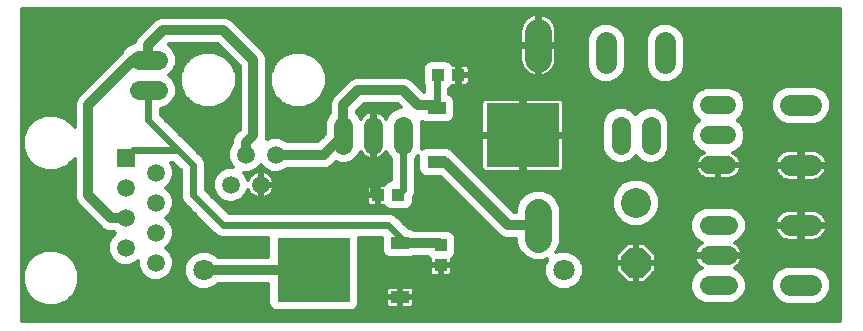
<source format=gbl>
G75*
%MOIN*%
%OFA0B0*%
%FSLAX24Y24*%
%IPPOS*%
%LPD*%
%AMOC8*
5,1,8,0,0,1.08239X$1,22.5*
%
%ADD10C,0.1000*%
%ADD11OC8,0.1000*%
%ADD12R,0.0433X0.0394*%
%ADD13C,0.0590*%
%ADD14C,0.0594*%
%ADD15R,0.0594X0.0594*%
%ADD16R,0.2441X0.2126*%
%ADD17R,0.0630X0.0394*%
%ADD18C,0.0710*%
%ADD19C,0.0712*%
%ADD20C,0.0640*%
%ADD21C,0.0885*%
%ADD22C,0.0600*%
%ADD23C,0.0320*%
%ADD24C,0.0240*%
%ADD25C,0.0120*%
%ADD26C,0.0436*%
D10*
X022704Y004442D03*
D11*
X022704Y002442D03*
D12*
X016204Y002357D03*
X016204Y003027D03*
X014788Y004692D03*
X014119Y004692D03*
X016119Y008692D03*
X016788Y008692D03*
D13*
X010704Y006042D03*
X009704Y006042D03*
X010204Y005042D03*
X009204Y005042D03*
D14*
X006704Y005442D03*
X005704Y004942D03*
X006704Y004442D03*
X005704Y003942D03*
X006704Y003442D03*
X005704Y002942D03*
X006704Y002442D03*
D15*
X005704Y005942D03*
D16*
X011970Y002192D03*
X018938Y006692D03*
D17*
X016064Y007590D03*
X016064Y005794D03*
X014844Y003090D03*
X014844Y001294D03*
D18*
X027849Y001692D02*
X028559Y001692D01*
X028559Y003692D02*
X027849Y003692D01*
X027849Y005692D02*
X028559Y005692D01*
X028559Y007692D02*
X027849Y007692D01*
X023688Y009087D02*
X023688Y009797D01*
X021720Y009797D02*
X021720Y009087D01*
D19*
X020306Y002192D03*
X008298Y002192D03*
D20*
X012954Y006372D02*
X012954Y007012D01*
X013954Y007012D02*
X013954Y006372D01*
X014954Y006372D02*
X014954Y007012D01*
X022204Y007012D02*
X022204Y006372D01*
X023204Y006372D02*
X023204Y007012D01*
X025134Y003692D02*
X025774Y003692D01*
X025774Y002692D02*
X025134Y002692D01*
X025134Y001692D02*
X025774Y001692D01*
X006774Y008192D02*
X006134Y008192D01*
X006134Y009192D02*
X006774Y009192D01*
D21*
X019454Y009249D02*
X019454Y010134D01*
X019454Y004134D02*
X019454Y003249D01*
D22*
X025154Y005692D02*
X025754Y005692D01*
X025754Y006692D02*
X025154Y006692D01*
X025154Y007692D02*
X025754Y007692D01*
D23*
X018454Y003692D02*
X016351Y005794D01*
X016064Y005794D01*
X012954Y006692D02*
X012954Y007692D01*
X013454Y008192D01*
X014954Y008192D01*
X015454Y007692D01*
X015962Y007692D01*
X016064Y007590D01*
X012954Y006692D02*
X012304Y006042D01*
X010704Y006042D01*
X009704Y006042D02*
X009704Y006442D01*
X009954Y006692D01*
X009954Y009192D01*
X008954Y010192D01*
X006954Y010192D01*
X006454Y009692D01*
X006454Y009192D01*
X005954Y009192D01*
X004454Y007692D01*
X004454Y004692D01*
X005204Y003942D01*
X005704Y003942D01*
X008298Y002192D02*
X011970Y002192D01*
X014844Y003090D02*
X016141Y003090D01*
X016204Y003027D01*
X018454Y003692D02*
X019454Y003692D01*
D24*
X014844Y003302D02*
X014844Y003090D01*
X014844Y003302D02*
X014454Y003692D01*
X008954Y003692D01*
X007954Y004692D01*
X007954Y005692D01*
X007454Y006192D01*
X006454Y007192D01*
X006454Y008192D01*
X005954Y006192D02*
X005704Y005942D01*
X005954Y006192D02*
X007454Y006192D01*
X013954Y006692D02*
X013954Y004857D01*
X014119Y004692D01*
X014788Y004692D02*
X014954Y004857D01*
X014954Y006692D01*
X016064Y007590D02*
X016064Y008637D01*
X016119Y008692D01*
D25*
X002254Y010888D02*
X002254Y000492D01*
X029524Y000492D01*
X029524Y010888D01*
X002254Y010888D01*
X002254Y010857D02*
X029524Y010857D01*
X029446Y010888D02*
X029446Y000492D01*
X029524Y000547D02*
X002254Y000547D01*
X002309Y000492D02*
X002309Y001645D01*
X002322Y001614D02*
X002254Y001614D01*
X002254Y001732D02*
X002273Y001732D01*
X002264Y001755D02*
X002407Y001409D01*
X002671Y001145D01*
X003017Y001002D01*
X003391Y001002D01*
X003736Y001145D01*
X004001Y001409D01*
X004144Y001755D01*
X004144Y002129D01*
X004001Y002474D01*
X003736Y002739D01*
X003391Y002882D01*
X003017Y002882D01*
X002671Y002739D01*
X002407Y002474D01*
X002264Y002129D01*
X002264Y001755D01*
X002254Y001851D02*
X002264Y001851D01*
X002254Y001969D02*
X002264Y001969D01*
X002254Y002088D02*
X002264Y002088D01*
X002254Y002206D02*
X002296Y002206D01*
X002309Y002239D02*
X002309Y006145D01*
X002321Y006117D02*
X002254Y006117D01*
X002254Y006235D02*
X002272Y006235D01*
X002264Y006255D02*
X002407Y005909D01*
X002671Y005645D01*
X003017Y005502D01*
X003391Y005502D01*
X003736Y005645D01*
X003994Y005903D01*
X003994Y004600D01*
X004064Y004431D01*
X004193Y004302D01*
X004943Y003552D01*
X005112Y003482D01*
X005319Y003482D01*
X005359Y003442D01*
X005198Y003280D01*
X005107Y003061D01*
X005107Y002823D01*
X005198Y002604D01*
X005366Y002436D01*
X005585Y002345D01*
X005823Y002345D01*
X006042Y002436D01*
X006107Y002500D01*
X006107Y002323D01*
X006198Y002104D01*
X006366Y001936D01*
X006585Y001845D01*
X006823Y001845D01*
X007042Y001936D01*
X007210Y002104D01*
X007301Y002323D01*
X007301Y002561D01*
X007210Y002780D01*
X007048Y002942D01*
X007210Y003104D01*
X007301Y003323D01*
X007301Y003561D01*
X007210Y003780D01*
X007048Y003942D01*
X007210Y004104D01*
X007301Y004323D01*
X007301Y004561D01*
X007210Y004780D01*
X007048Y004942D01*
X007210Y005104D01*
X007301Y005323D01*
X007301Y005561D01*
X007213Y005772D01*
X007280Y005772D01*
X007534Y005518D01*
X007534Y004608D01*
X007598Y004454D01*
X007716Y004336D01*
X008716Y003336D01*
X008870Y003272D01*
X010449Y003272D01*
X010449Y002652D01*
X008766Y002652D01*
X008670Y002748D01*
X008429Y002848D01*
X008168Y002848D01*
X007927Y002748D01*
X007742Y002564D01*
X007642Y002322D01*
X007642Y002061D01*
X007742Y001820D01*
X007927Y001636D01*
X008168Y001536D01*
X008429Y001536D01*
X008670Y001636D01*
X008766Y001732D01*
X010449Y001732D01*
X010449Y001069D01*
X010495Y000959D01*
X010579Y000875D01*
X010689Y000829D01*
X013250Y000829D01*
X013360Y000875D01*
X013444Y000959D01*
X013490Y001069D01*
X013490Y003272D01*
X014229Y003272D01*
X014229Y002833D01*
X014274Y002723D01*
X014359Y002638D01*
X014469Y002593D01*
X015218Y002593D01*
X015307Y002630D01*
X015763Y002630D01*
X015817Y002575D01*
X015827Y002571D01*
X015827Y002396D01*
X016165Y002396D01*
X016165Y002319D01*
X015827Y002319D01*
X015827Y002139D01*
X015838Y002099D01*
X015859Y002062D01*
X015889Y002032D01*
X015925Y002011D01*
X015966Y002000D01*
X016165Y002000D01*
X016165Y002319D01*
X016242Y002319D01*
X016242Y002000D01*
X016441Y002000D01*
X016482Y002011D01*
X016519Y002032D01*
X016548Y002062D01*
X016569Y002099D01*
X016580Y002139D01*
X016580Y002319D01*
X016242Y002319D01*
X016242Y002396D01*
X016580Y002396D01*
X016580Y002571D01*
X016590Y002575D01*
X016675Y002660D01*
X016720Y002770D01*
X016720Y003283D01*
X016675Y003393D01*
X016590Y003478D01*
X016480Y003523D01*
X016295Y003523D01*
X016232Y003550D01*
X015307Y003550D01*
X015218Y003586D01*
X015153Y003586D01*
X014810Y003930D01*
X014692Y004048D01*
X014537Y004112D01*
X009128Y004112D01*
X008374Y004866D01*
X008374Y005775D01*
X008310Y005930D01*
X007810Y006430D01*
X006874Y007366D01*
X006874Y007572D01*
X006897Y007572D01*
X007125Y007666D01*
X007299Y007841D01*
X007394Y008069D01*
X007394Y008315D01*
X007299Y008543D01*
X007151Y008692D01*
X007299Y008841D01*
X007394Y009069D01*
X007394Y009315D01*
X007299Y009543D01*
X007127Y009715D01*
X007144Y009732D01*
X008763Y009732D01*
X009494Y009001D01*
X009494Y006882D01*
X009443Y006832D01*
X009314Y006702D01*
X009244Y006533D01*
X009244Y006423D01*
X009199Y006379D01*
X009109Y006160D01*
X009109Y005924D01*
X009199Y005705D01*
X009267Y005637D01*
X009085Y005637D01*
X008867Y005546D01*
X008699Y005379D01*
X008609Y005160D01*
X008609Y004924D01*
X008699Y004705D01*
X008867Y004538D01*
X009085Y004447D01*
X009322Y004447D01*
X009541Y004538D01*
X009708Y004705D01*
X009779Y004876D01*
X009782Y004867D01*
X009815Y004803D01*
X009857Y004746D01*
X009907Y004695D01*
X009698Y004695D01*
X009656Y004653D02*
X009656Y004112D01*
X009538Y004112D02*
X009538Y004536D01*
X009580Y004576D02*
X013743Y004576D01*
X013743Y004654D02*
X013743Y004474D01*
X013754Y004433D01*
X013775Y004397D01*
X013804Y004367D01*
X013841Y004346D01*
X013882Y004335D01*
X014081Y004335D01*
X014081Y004653D01*
X014158Y004653D01*
X014158Y004335D01*
X014313Y004335D01*
X014318Y004325D01*
X014402Y004241D01*
X014512Y004195D01*
X015065Y004195D01*
X015175Y004241D01*
X015259Y004325D01*
X015305Y004435D01*
X015305Y004614D01*
X015310Y004619D01*
X015374Y004774D01*
X015374Y005915D01*
X015449Y005990D01*
X015449Y005538D01*
X015495Y005428D01*
X015579Y005343D01*
X015689Y005297D01*
X016198Y005297D01*
X018064Y003431D01*
X018193Y003302D01*
X018362Y003232D01*
X018711Y003232D01*
X018711Y003102D01*
X018824Y002829D01*
X019033Y002620D01*
X019306Y002507D01*
X019601Y002507D01*
X019758Y002572D01*
X019750Y002564D01*
X019650Y002322D01*
X019650Y002061D01*
X019750Y001820D01*
X019934Y001636D01*
X020176Y001536D01*
X020437Y001536D01*
X020678Y001636D01*
X020862Y001820D01*
X020962Y002061D01*
X020962Y002322D01*
X020862Y002564D01*
X020678Y002748D01*
X020437Y002848D01*
X020176Y002848D01*
X020051Y002796D01*
X020083Y002829D01*
X020196Y003102D01*
X020196Y004282D01*
X020083Y004555D01*
X019874Y004764D01*
X019601Y004877D01*
X019306Y004877D01*
X019033Y004764D01*
X018824Y004555D01*
X018711Y004282D01*
X018711Y004152D01*
X018644Y004152D01*
X016612Y006184D01*
X016609Y006186D01*
X016549Y006245D01*
X016439Y006291D01*
X015689Y006291D01*
X015579Y006245D01*
X015568Y006234D01*
X015574Y006249D01*
X015574Y007135D01*
X015568Y007150D01*
X015579Y007138D01*
X015689Y007093D01*
X016439Y007093D01*
X016549Y007138D01*
X016633Y007223D01*
X016679Y007333D01*
X016679Y007846D01*
X016633Y007956D01*
X016549Y008041D01*
X016484Y008068D01*
X016484Y008232D01*
X016506Y008241D01*
X016590Y008325D01*
X016594Y008335D01*
X016750Y008335D01*
X016750Y008653D01*
X016827Y008653D01*
X016827Y008335D01*
X017026Y008335D01*
X017067Y008346D01*
X017103Y008367D01*
X017133Y008397D01*
X017154Y008433D01*
X017165Y008474D01*
X017165Y008654D01*
X016827Y008654D01*
X016827Y008730D01*
X017165Y008730D01*
X017165Y008910D01*
X017154Y008951D01*
X017133Y008987D01*
X017103Y009017D01*
X017067Y009038D01*
X017026Y009049D01*
X016827Y009049D01*
X016827Y008730D01*
X016750Y008730D01*
X016750Y009049D01*
X016594Y009049D01*
X016590Y009059D01*
X016506Y009143D01*
X016395Y009189D01*
X015843Y009189D01*
X015733Y009143D01*
X015648Y009059D01*
X015603Y008948D01*
X015603Y008435D01*
X015644Y008335D01*
X015644Y008152D01*
X015214Y008582D01*
X015045Y008652D01*
X013362Y008652D01*
X013193Y008582D01*
X013064Y008452D01*
X012564Y007952D01*
X012494Y007783D01*
X012494Y007429D01*
X012428Y007363D01*
X012334Y007135D01*
X012334Y006722D01*
X012113Y006502D01*
X011085Y006502D01*
X011041Y006546D01*
X010822Y006637D01*
X010585Y006637D01*
X010396Y006559D01*
X010414Y006600D01*
X010414Y009283D01*
X010344Y009452D01*
X009214Y010582D01*
X009045Y010652D01*
X006862Y010652D01*
X006693Y010582D01*
X006564Y010452D01*
X006064Y009952D01*
X006005Y009809D01*
X005783Y009718D01*
X005608Y009543D01*
X005575Y009464D01*
X005564Y009452D01*
X004064Y007952D01*
X003994Y007783D01*
X003994Y006981D01*
X003736Y007239D01*
X003391Y007382D01*
X003017Y007382D01*
X002671Y007239D01*
X002407Y006974D01*
X002264Y006629D01*
X002264Y006255D01*
X002254Y006354D02*
X002264Y006354D01*
X002254Y006472D02*
X002264Y006472D01*
X002254Y006591D02*
X002264Y006591D01*
X002254Y006709D02*
X002297Y006709D01*
X002309Y006739D02*
X002309Y010888D01*
X002428Y010888D02*
X002428Y006995D01*
X002395Y006946D02*
X002254Y006946D01*
X002254Y006828D02*
X002346Y006828D01*
X002254Y007065D02*
X002497Y007065D01*
X002546Y007114D02*
X002546Y010888D01*
X002665Y010888D02*
X002665Y007232D01*
X002616Y007183D02*
X002254Y007183D01*
X002254Y007302D02*
X002824Y007302D01*
X002783Y007285D02*
X002783Y010888D01*
X002902Y010888D02*
X002902Y007334D01*
X003020Y007382D02*
X003020Y010888D01*
X003139Y010888D02*
X003139Y007382D01*
X003257Y007382D02*
X003257Y010888D01*
X003376Y010888D02*
X003376Y007382D01*
X003494Y007339D02*
X003494Y010888D01*
X003613Y010888D02*
X003613Y007290D01*
X003584Y007302D02*
X003994Y007302D01*
X003994Y007420D02*
X002254Y007420D01*
X002254Y007539D02*
X003994Y007539D01*
X003994Y007657D02*
X002254Y007657D01*
X002254Y007776D02*
X003994Y007776D01*
X004040Y007894D02*
X002254Y007894D01*
X002254Y008013D02*
X004124Y008013D01*
X004087Y007975D02*
X004087Y010888D01*
X004205Y010888D02*
X004205Y008094D01*
X004243Y008131D02*
X002254Y008131D01*
X002254Y008250D02*
X004361Y008250D01*
X004324Y008212D02*
X004324Y010888D01*
X004442Y010888D02*
X004442Y008331D01*
X004480Y008368D02*
X002254Y008368D01*
X002254Y008487D02*
X004598Y008487D01*
X004561Y008449D02*
X004561Y010888D01*
X004679Y010888D02*
X004679Y008568D01*
X004717Y008605D02*
X002254Y008605D01*
X002254Y008724D02*
X004835Y008724D01*
X004798Y008686D02*
X004798Y010888D01*
X004916Y010888D02*
X004916Y008805D01*
X004954Y008842D02*
X002254Y008842D01*
X002254Y008961D02*
X005072Y008961D01*
X005035Y008923D02*
X005035Y010888D01*
X005153Y010888D02*
X005153Y009042D01*
X005191Y009079D02*
X002254Y009079D01*
X002254Y009198D02*
X005309Y009198D01*
X005272Y009160D02*
X005272Y010888D01*
X005390Y010888D02*
X005390Y009279D01*
X005428Y009316D02*
X002254Y009316D01*
X002254Y009435D02*
X005546Y009435D01*
X005509Y009397D02*
X005509Y010888D01*
X005627Y010888D02*
X005627Y009562D01*
X005618Y009553D02*
X002254Y009553D01*
X002254Y009672D02*
X005737Y009672D01*
X005746Y009681D02*
X005746Y010888D01*
X005864Y010888D02*
X005864Y009751D01*
X005959Y009790D02*
X002254Y009790D01*
X002254Y009909D02*
X006046Y009909D01*
X006101Y009990D02*
X006101Y010888D01*
X005983Y010888D02*
X005983Y009800D01*
X006139Y010027D02*
X002254Y010027D01*
X002254Y010146D02*
X006257Y010146D01*
X006220Y010108D02*
X006220Y010888D01*
X006338Y010888D02*
X006338Y010227D01*
X006376Y010264D02*
X002254Y010264D01*
X002254Y010383D02*
X006494Y010383D01*
X006457Y010345D02*
X006457Y010888D01*
X006575Y010888D02*
X006575Y010464D01*
X006613Y010501D02*
X002254Y010501D01*
X002254Y010620D02*
X006785Y010620D01*
X006812Y010631D02*
X006812Y010888D01*
X006694Y010888D02*
X006694Y010582D01*
X006931Y010652D02*
X006931Y010888D01*
X007049Y010888D02*
X007049Y010652D01*
X007168Y010652D02*
X007168Y010888D01*
X007286Y010888D02*
X007286Y010652D01*
X007405Y010652D02*
X007405Y010888D01*
X007523Y010888D02*
X007523Y010652D01*
X007642Y010652D02*
X007642Y010888D01*
X007760Y010888D02*
X007760Y010652D01*
X007879Y010652D02*
X007879Y010888D01*
X007997Y010888D02*
X007997Y010652D01*
X008116Y010652D02*
X008116Y010888D01*
X008234Y010888D02*
X008234Y010652D01*
X008353Y010652D02*
X008353Y010888D01*
X008471Y010888D02*
X008471Y010652D01*
X008590Y010652D02*
X008590Y010888D01*
X008708Y010888D02*
X008708Y010652D01*
X008827Y010652D02*
X008827Y010888D01*
X008945Y010888D02*
X008945Y010652D01*
X009064Y010644D02*
X009064Y010888D01*
X009182Y010888D02*
X009182Y010595D01*
X009122Y010620D02*
X019097Y010620D01*
X019061Y010594D02*
X018994Y010527D01*
X018938Y010450D01*
X018895Y010366D01*
X018866Y010276D01*
X018851Y010182D01*
X018851Y009752D01*
X019394Y009752D01*
X019394Y010735D01*
X019313Y010722D01*
X019222Y010693D01*
X019138Y010650D01*
X019061Y010594D01*
X019018Y010551D02*
X019018Y010888D01*
X019136Y010888D02*
X019136Y010649D01*
X019255Y010703D02*
X019255Y010888D01*
X019373Y010888D02*
X019373Y010732D01*
X019394Y010620D02*
X019514Y010620D01*
X019514Y010735D02*
X019514Y009752D01*
X020056Y009752D01*
X020056Y010182D01*
X020041Y010276D01*
X020012Y010366D01*
X019969Y010450D01*
X019913Y010527D01*
X019846Y010594D01*
X019770Y010650D01*
X019685Y010693D01*
X019595Y010722D01*
X019514Y010735D01*
X019610Y010717D02*
X019610Y010888D01*
X019492Y010888D02*
X019492Y009752D01*
X019514Y009752D02*
X019394Y009752D01*
X019394Y009632D01*
X019514Y009632D01*
X019514Y009752D01*
X019514Y009790D02*
X019394Y009790D01*
X019373Y009752D02*
X019373Y009632D01*
X019394Y009632D02*
X018851Y009632D01*
X018851Y009202D01*
X018866Y009108D01*
X018895Y009018D01*
X018938Y008934D01*
X018994Y008857D01*
X019061Y008790D01*
X019138Y008734D01*
X019222Y008691D01*
X019313Y008662D01*
X019394Y008649D01*
X019394Y009632D01*
X019394Y009672D02*
X010124Y009672D01*
X010130Y009666D02*
X010130Y010888D01*
X010012Y010888D02*
X010012Y009784D01*
X010006Y009790D02*
X018851Y009790D01*
X018899Y009752D02*
X018899Y009632D01*
X018851Y009553D02*
X010243Y009553D01*
X010249Y009547D02*
X010249Y010888D01*
X010367Y010888D02*
X010367Y009396D01*
X010351Y009435D02*
X011153Y009435D01*
X011197Y009453D02*
X011197Y010888D01*
X011315Y010888D02*
X011315Y009482D01*
X011267Y009482D02*
X010921Y009339D01*
X010657Y009074D01*
X010514Y008729D01*
X010514Y008355D01*
X010657Y008009D01*
X010921Y007745D01*
X011267Y007602D01*
X011641Y007602D01*
X011986Y007745D01*
X012251Y008009D01*
X012394Y008355D01*
X012394Y008729D01*
X012251Y009074D01*
X011986Y009339D01*
X011641Y009482D01*
X011267Y009482D01*
X011434Y009482D02*
X011434Y010888D01*
X011552Y010888D02*
X011552Y009482D01*
X011671Y009469D02*
X011671Y010888D01*
X011789Y010888D02*
X011789Y009420D01*
X011754Y009435D02*
X018851Y009435D01*
X018851Y009316D02*
X012009Y009316D01*
X012026Y009299D02*
X012026Y010888D01*
X011908Y010888D02*
X011908Y009371D01*
X012127Y009198D02*
X018852Y009198D01*
X018876Y009079D02*
X016569Y009079D01*
X016529Y009119D02*
X016529Y010888D01*
X016411Y010888D02*
X016411Y009182D01*
X016292Y009189D02*
X016292Y010888D01*
X016174Y010888D02*
X016174Y009189D01*
X016055Y009189D02*
X016055Y010888D01*
X015937Y010888D02*
X015937Y009189D01*
X015818Y009179D02*
X015818Y010888D01*
X015700Y010888D02*
X015700Y009110D01*
X015669Y009079D02*
X012246Y009079D01*
X012263Y009044D02*
X012263Y010888D01*
X012145Y010888D02*
X012145Y009180D01*
X012298Y008961D02*
X015608Y008961D01*
X015603Y008842D02*
X012347Y008842D01*
X012382Y008758D02*
X012382Y010888D01*
X012500Y010888D02*
X012500Y007799D01*
X012494Y007776D02*
X012017Y007776D01*
X012026Y007785D02*
X012026Y006502D01*
X011908Y006502D02*
X011908Y007713D01*
X011789Y007663D02*
X011789Y006502D01*
X011671Y006502D02*
X011671Y007614D01*
X011775Y007657D02*
X012494Y007657D01*
X012494Y007539D02*
X010414Y007539D01*
X010414Y007657D02*
X011133Y007657D01*
X011078Y007680D02*
X011078Y006509D01*
X011197Y006502D02*
X011197Y007631D01*
X011315Y007602D02*
X011315Y006502D01*
X011434Y006502D02*
X011434Y007602D01*
X011552Y007602D02*
X011552Y006502D01*
X012145Y006533D02*
X012145Y007904D01*
X012136Y007894D02*
X012540Y007894D01*
X012619Y008007D02*
X012619Y010888D01*
X012737Y010888D02*
X012737Y008126D01*
X012743Y008131D02*
X012301Y008131D01*
X012263Y008040D02*
X012263Y006652D01*
X012321Y006709D02*
X010414Y006709D01*
X010410Y006591D02*
X010474Y006591D01*
X010486Y006596D02*
X010486Y010888D01*
X010604Y010888D02*
X010604Y008947D01*
X010610Y008961D02*
X010414Y008961D01*
X010414Y009079D02*
X010662Y009079D01*
X010723Y009140D02*
X010723Y010888D01*
X010841Y010888D02*
X010841Y009259D01*
X010899Y009316D02*
X010400Y009316D01*
X010414Y009198D02*
X010780Y009198D01*
X010960Y009355D02*
X010960Y010888D01*
X011078Y010888D02*
X011078Y009404D01*
X009893Y009903D02*
X009893Y010888D01*
X009775Y010888D02*
X009775Y010021D01*
X009769Y010027D02*
X018851Y010027D01*
X018851Y009909D02*
X009887Y009909D01*
X009656Y010140D02*
X009656Y010888D01*
X009538Y010888D02*
X009538Y010258D01*
X009532Y010264D02*
X018864Y010264D01*
X018899Y010373D02*
X018899Y010888D01*
X018781Y010888D02*
X018781Y007915D01*
X018878Y007915D02*
X017696Y007915D01*
X017656Y007904D01*
X017619Y007883D01*
X017590Y007853D01*
X017568Y007817D01*
X017558Y007776D01*
X017558Y006752D01*
X018878Y006752D01*
X018878Y007915D01*
X018878Y007894D02*
X018998Y007894D01*
X018998Y007915D02*
X018998Y006752D01*
X018878Y006752D01*
X018878Y006632D01*
X017558Y006632D01*
X017558Y005608D01*
X017568Y005567D01*
X017590Y005531D01*
X017619Y005501D01*
X017656Y005480D01*
X017696Y005469D01*
X018878Y005469D01*
X018878Y006632D01*
X018998Y006632D01*
X018998Y006752D01*
X020319Y006752D01*
X020319Y007776D01*
X020308Y007817D01*
X020287Y007853D01*
X020257Y007883D01*
X020220Y007904D01*
X020180Y007915D01*
X018998Y007915D01*
X019018Y007915D02*
X019018Y008833D01*
X019009Y008842D02*
X017165Y008842D01*
X017122Y008730D02*
X017122Y008654D01*
X017165Y008605D02*
X021275Y008605D01*
X021269Y008611D02*
X021269Y000492D01*
X021151Y000492D02*
X021151Y008748D01*
X021161Y008724D02*
X019750Y008724D01*
X019770Y008734D02*
X019846Y008790D01*
X019913Y008857D01*
X019969Y008934D01*
X020012Y009018D01*
X020041Y009108D01*
X020056Y009202D01*
X020056Y009632D01*
X019514Y009632D01*
X019514Y008649D01*
X019595Y008662D01*
X019685Y008691D01*
X019770Y008734D01*
X019729Y008713D02*
X019729Y007915D01*
X019847Y007915D02*
X019847Y008791D01*
X019899Y008842D02*
X021112Y008842D01*
X021065Y008957D02*
X021164Y008716D01*
X021348Y008532D01*
X021589Y008432D01*
X021850Y008432D01*
X022091Y008532D01*
X022275Y008716D01*
X022375Y008957D01*
X022375Y009927D01*
X022275Y010168D01*
X022091Y010352D01*
X021850Y010452D01*
X021589Y010452D01*
X021348Y010352D01*
X021164Y010168D01*
X021065Y009927D01*
X021065Y008957D01*
X021065Y008961D02*
X019983Y008961D01*
X019966Y008929D02*
X019966Y007915D01*
X020084Y007915D02*
X020084Y010888D01*
X019966Y010888D02*
X019966Y010455D01*
X019932Y010501D02*
X029524Y010501D01*
X029524Y010383D02*
X023985Y010383D01*
X023995Y010379D02*
X023995Y010888D01*
X024113Y010888D02*
X024113Y010298D01*
X024147Y010264D02*
X029524Y010264D01*
X029524Y010146D02*
X024252Y010146D01*
X024243Y010168D02*
X024059Y010352D01*
X023818Y010452D01*
X023558Y010452D01*
X023317Y010352D01*
X023133Y010168D01*
X023033Y009927D01*
X023033Y008957D01*
X023133Y008716D01*
X023317Y008532D01*
X023558Y008432D01*
X023818Y008432D01*
X024059Y008532D01*
X024243Y008716D01*
X024343Y008957D01*
X024343Y009927D01*
X024243Y010168D01*
X024232Y010179D02*
X024232Y010888D01*
X024350Y010888D02*
X024350Y000492D01*
X024232Y000492D02*
X024232Y008704D01*
X024247Y008724D02*
X029524Y008724D01*
X029524Y008842D02*
X024296Y008842D01*
X024343Y008961D02*
X029524Y008961D01*
X029524Y009079D02*
X024343Y009079D01*
X024343Y009198D02*
X029524Y009198D01*
X029524Y009316D02*
X024343Y009316D01*
X024343Y009435D02*
X029524Y009435D01*
X029524Y009553D02*
X024343Y009553D01*
X024343Y009672D02*
X029524Y009672D01*
X029524Y009790D02*
X024343Y009790D01*
X024343Y009909D02*
X029524Y009909D01*
X029524Y010027D02*
X024302Y010027D01*
X023402Y010388D02*
X023402Y010888D01*
X023284Y010888D02*
X023284Y010319D01*
X023229Y010264D02*
X022178Y010264D01*
X022217Y010225D02*
X022217Y010888D01*
X022099Y010888D02*
X022099Y010344D01*
X022016Y010383D02*
X023391Y010383D01*
X023521Y010437D02*
X023521Y010888D01*
X023639Y010888D02*
X023639Y010452D01*
X023758Y010452D02*
X023758Y010888D01*
X023876Y010888D02*
X023876Y010428D01*
X023165Y010201D02*
X023165Y010888D01*
X023047Y010888D02*
X023047Y009961D01*
X023033Y009909D02*
X022375Y009909D01*
X022336Y010021D02*
X022336Y010888D01*
X022454Y010888D02*
X022454Y007579D01*
X022552Y007539D02*
X022856Y007539D01*
X022853Y007538D02*
X022704Y007389D01*
X022555Y007538D01*
X022327Y007632D01*
X022080Y007632D01*
X021853Y007538D01*
X021678Y007363D01*
X021584Y007135D01*
X021584Y006249D01*
X021678Y006021D01*
X021853Y005846D01*
X022080Y005752D01*
X022327Y005752D01*
X022555Y005846D01*
X022704Y005995D01*
X022853Y005846D01*
X023080Y005752D01*
X023327Y005752D01*
X023555Y005846D01*
X023729Y006021D01*
X023824Y006249D01*
X023824Y007135D01*
X023729Y007363D01*
X023555Y007538D01*
X023327Y007632D01*
X023080Y007632D01*
X022853Y007538D01*
X022810Y007495D02*
X022810Y010888D01*
X022928Y010888D02*
X022928Y007569D01*
X023047Y007618D02*
X023047Y008923D01*
X023033Y008961D02*
X022375Y008961D01*
X022336Y008863D02*
X022336Y007628D01*
X022217Y007632D02*
X022217Y008658D01*
X022164Y008605D02*
X023243Y008605D01*
X023284Y008565D02*
X023284Y007632D01*
X023165Y007632D02*
X023165Y008683D01*
X023129Y008724D02*
X022278Y008724D01*
X022327Y008842D02*
X023080Y008842D01*
X023033Y009079D02*
X022375Y009079D01*
X022375Y009198D02*
X023033Y009198D01*
X023033Y009316D02*
X022375Y009316D01*
X022375Y009435D02*
X023033Y009435D01*
X023033Y009553D02*
X022375Y009553D01*
X022375Y009672D02*
X023033Y009672D01*
X023033Y009790D02*
X022375Y009790D01*
X022333Y010027D02*
X023075Y010027D01*
X023124Y010146D02*
X022284Y010146D01*
X021980Y010398D02*
X021980Y010888D01*
X021862Y010888D02*
X021862Y010447D01*
X021743Y010452D02*
X021743Y010888D01*
X021625Y010888D02*
X021625Y010452D01*
X021506Y010418D02*
X021506Y010888D01*
X021388Y010888D02*
X021388Y010368D01*
X021423Y010383D02*
X020003Y010383D01*
X020043Y010264D02*
X021261Y010264D01*
X021269Y010273D02*
X021269Y010888D01*
X021151Y010888D02*
X021151Y010136D01*
X021155Y010146D02*
X020056Y010146D01*
X020056Y010027D02*
X021106Y010027D01*
X021065Y009909D02*
X020056Y009909D01*
X020056Y009790D02*
X021065Y009790D01*
X021065Y009672D02*
X019514Y009672D01*
X019492Y009632D02*
X019492Y007915D01*
X019610Y007915D02*
X019610Y008667D01*
X019514Y008724D02*
X019394Y008724D01*
X019373Y008652D02*
X019373Y007915D01*
X019255Y007915D02*
X019255Y008681D01*
X019158Y008724D02*
X016827Y008724D01*
X016885Y008730D02*
X016885Y008654D01*
X016827Y008605D02*
X016750Y008605D01*
X016766Y008653D02*
X016766Y006030D01*
X016798Y005998D02*
X017558Y005998D01*
X017558Y005880D02*
X016916Y005880D01*
X016885Y005911D02*
X016885Y008335D01*
X016827Y008368D02*
X016750Y008368D01*
X016648Y008335D02*
X016648Y007921D01*
X016659Y007894D02*
X017639Y007894D01*
X017596Y007859D02*
X017596Y010888D01*
X017714Y010888D02*
X017714Y007915D01*
X017833Y007915D02*
X017833Y010888D01*
X017951Y010888D02*
X017951Y007915D01*
X018070Y007915D02*
X018070Y010888D01*
X018188Y010888D02*
X018188Y007915D01*
X018307Y007915D02*
X018307Y010888D01*
X018425Y010888D02*
X018425Y007915D01*
X018544Y007915D02*
X018544Y010888D01*
X018662Y010888D02*
X018662Y007915D01*
X018878Y007776D02*
X018998Y007776D01*
X018998Y007657D02*
X018878Y007657D01*
X018878Y007539D02*
X018998Y007539D01*
X018998Y007420D02*
X018878Y007420D01*
X018878Y007302D02*
X018998Y007302D01*
X018998Y007183D02*
X018878Y007183D01*
X018878Y007065D02*
X018998Y007065D01*
X018998Y006946D02*
X018878Y006946D01*
X018878Y006828D02*
X018998Y006828D01*
X019018Y006752D02*
X019018Y006632D01*
X018998Y006632D02*
X020319Y006632D01*
X020319Y005608D01*
X020308Y005567D01*
X020287Y005531D01*
X020257Y005501D01*
X020220Y005480D01*
X020180Y005469D01*
X018998Y005469D01*
X018998Y006632D01*
X018998Y006591D02*
X018878Y006591D01*
X018899Y006632D02*
X018899Y004630D01*
X018846Y004576D02*
X018220Y004576D01*
X018188Y004608D02*
X018188Y005469D01*
X018070Y005469D02*
X018070Y004726D01*
X018101Y004695D02*
X018964Y004695D01*
X019018Y004749D02*
X019018Y005469D01*
X018998Y005524D02*
X018878Y005524D01*
X018781Y005469D02*
X018781Y004450D01*
X018784Y004458D02*
X018338Y004458D01*
X018307Y004489D02*
X018307Y005469D01*
X018425Y005469D02*
X018425Y004371D01*
X018457Y004339D02*
X018735Y004339D01*
X018711Y004221D02*
X018575Y004221D01*
X018544Y004252D02*
X018544Y005469D01*
X018662Y005469D02*
X018662Y004152D01*
X017714Y003781D02*
X017714Y000492D01*
X017596Y000492D02*
X017596Y003899D01*
X017630Y003865D02*
X014874Y003865D01*
X014870Y003869D02*
X014870Y004195D01*
X014752Y004195D02*
X014752Y003988D01*
X014756Y003984D02*
X017511Y003984D01*
X017477Y004018D02*
X017477Y000492D01*
X017359Y000492D02*
X017359Y004136D01*
X017393Y004102D02*
X014560Y004102D01*
X014515Y004112D02*
X014515Y004195D01*
X014450Y004221D02*
X009019Y004221D01*
X009064Y004176D02*
X009064Y004456D01*
X009059Y004458D02*
X008782Y004458D01*
X008827Y004413D02*
X008827Y004577D01*
X008828Y004576D02*
X008663Y004576D01*
X008708Y004531D02*
X008708Y004696D01*
X008709Y004695D02*
X008545Y004695D01*
X008590Y004650D02*
X008590Y007602D01*
X008641Y007602D02*
X008986Y007745D01*
X009251Y008009D01*
X009394Y008355D01*
X009394Y008729D01*
X009251Y009074D01*
X008986Y009339D01*
X008641Y009482D01*
X008267Y009482D01*
X007921Y009339D01*
X007657Y009074D01*
X007514Y008729D01*
X007514Y008355D01*
X007657Y008009D01*
X007921Y007745D01*
X008267Y007602D01*
X008641Y007602D01*
X008708Y007630D02*
X008708Y005388D01*
X008726Y005406D02*
X008374Y005406D01*
X008374Y005524D02*
X008845Y005524D01*
X008827Y005506D02*
X008827Y007679D01*
X008775Y007657D02*
X009494Y007657D01*
X009494Y007539D02*
X006874Y007539D01*
X006931Y007586D02*
X006931Y007309D01*
X006938Y007302D02*
X009494Y007302D01*
X009494Y007420D02*
X006874Y007420D01*
X007049Y007635D02*
X007049Y007190D01*
X007056Y007183D02*
X009494Y007183D01*
X009494Y007065D02*
X007175Y007065D01*
X007168Y007072D02*
X007168Y007709D01*
X007104Y007657D02*
X008133Y007657D01*
X008116Y007664D02*
X008116Y006124D01*
X008123Y006117D02*
X009109Y006117D01*
X009109Y005998D02*
X008241Y005998D01*
X008234Y006005D02*
X008234Y007615D01*
X008353Y007602D02*
X008353Y005826D01*
X008331Y005880D02*
X009127Y005880D01*
X009176Y005761D02*
X008374Y005761D01*
X008374Y005643D02*
X009261Y005643D01*
X009182Y005637D02*
X009182Y005746D01*
X009064Y005628D02*
X009064Y007823D01*
X009017Y007776D02*
X009494Y007776D01*
X009494Y007894D02*
X009136Y007894D01*
X009182Y007941D02*
X009182Y006338D01*
X009189Y006354D02*
X007886Y006354D01*
X007879Y006361D02*
X007879Y007788D01*
X007890Y007776D02*
X007235Y007776D01*
X007286Y007828D02*
X007286Y006953D01*
X007293Y006946D02*
X009494Y006946D01*
X009443Y006832D02*
X009443Y006832D01*
X009439Y006828D02*
X007412Y006828D01*
X007405Y006835D02*
X007405Y009732D01*
X007523Y009732D02*
X007523Y008752D01*
X007514Y008724D02*
X007183Y008724D01*
X007168Y008709D02*
X007168Y008675D01*
X007237Y008605D02*
X007514Y008605D01*
X007514Y008487D02*
X007323Y008487D01*
X007286Y008556D02*
X007286Y008828D01*
X007300Y008842D02*
X007561Y008842D01*
X007610Y008961D02*
X007349Y008961D01*
X007394Y009079D02*
X007662Y009079D01*
X007642Y009038D02*
X007642Y009732D01*
X007760Y009732D02*
X007760Y009178D01*
X007780Y009198D02*
X007394Y009198D01*
X007393Y009316D02*
X007899Y009316D01*
X007879Y009296D02*
X007879Y009732D01*
X007997Y009732D02*
X007997Y009370D01*
X008116Y009419D02*
X008116Y009732D01*
X008234Y009732D02*
X008234Y009468D01*
X008153Y009435D02*
X007344Y009435D01*
X007289Y009553D02*
X008942Y009553D01*
X008945Y009550D02*
X008945Y009356D01*
X009009Y009316D02*
X009179Y009316D01*
X009182Y009313D02*
X009182Y009143D01*
X009127Y009198D02*
X009297Y009198D01*
X009301Y009194D02*
X009301Y008953D01*
X009298Y008961D02*
X009494Y008961D01*
X009494Y008842D02*
X009347Y008842D01*
X009394Y008724D02*
X009494Y008724D01*
X009494Y008605D02*
X009394Y008605D01*
X009394Y008487D02*
X009494Y008487D01*
X009494Y008368D02*
X009394Y008368D01*
X009350Y008250D02*
X009494Y008250D01*
X009494Y008131D02*
X009301Y008131D01*
X009301Y008130D02*
X009301Y006671D01*
X009321Y006709D02*
X007530Y006709D01*
X007523Y006716D02*
X007523Y008332D01*
X007514Y008368D02*
X007372Y008368D01*
X007394Y008250D02*
X007557Y008250D01*
X007606Y008131D02*
X007394Y008131D01*
X007371Y008013D02*
X007655Y008013D01*
X007642Y008046D02*
X007642Y006598D01*
X007649Y006591D02*
X009268Y006591D01*
X009244Y006472D02*
X007767Y006472D01*
X007760Y006479D02*
X007760Y007906D01*
X007772Y007894D02*
X007322Y007894D01*
X007997Y007714D02*
X007997Y006242D01*
X008004Y006235D02*
X009140Y006235D01*
X009419Y006808D02*
X009419Y009076D01*
X009416Y009079D02*
X009246Y009079D01*
X009064Y009261D02*
X009064Y009431D01*
X009060Y009435D02*
X008754Y009435D01*
X008708Y009454D02*
X008708Y009732D01*
X008590Y009732D02*
X008590Y009482D01*
X008471Y009482D02*
X008471Y009732D01*
X008353Y009732D02*
X008353Y009482D01*
X008827Y009405D02*
X008827Y009668D01*
X008823Y009672D02*
X007171Y009672D01*
X007168Y009675D02*
X007168Y009732D01*
X007286Y009732D02*
X007286Y009556D01*
X009413Y010383D02*
X018904Y010383D01*
X018976Y010501D02*
X009295Y010501D01*
X009301Y010495D02*
X009301Y010888D01*
X009419Y010888D02*
X009419Y010377D01*
X009650Y010146D02*
X018851Y010146D01*
X019394Y010146D02*
X019514Y010146D01*
X019514Y010264D02*
X019394Y010264D01*
X019394Y010383D02*
X019514Y010383D01*
X019514Y010501D02*
X019394Y010501D01*
X019811Y010620D02*
X029524Y010620D01*
X029524Y010738D02*
X002254Y010738D01*
X003731Y010888D02*
X003731Y007241D01*
X003792Y007183D02*
X003994Y007183D01*
X003994Y007065D02*
X003910Y007065D01*
X003968Y007007D02*
X003968Y010888D01*
X003850Y010888D02*
X003850Y007125D01*
X002370Y005998D02*
X002254Y005998D01*
X002254Y005880D02*
X002436Y005880D01*
X002428Y005889D02*
X002428Y002495D01*
X002394Y002443D02*
X002254Y002443D01*
X002254Y002325D02*
X002345Y002325D01*
X002254Y002562D02*
X002494Y002562D01*
X002546Y002614D02*
X002546Y005770D01*
X002555Y005761D02*
X002254Y005761D01*
X002254Y005643D02*
X002676Y005643D01*
X002665Y005652D02*
X002665Y002732D01*
X002613Y002680D02*
X002254Y002680D01*
X002254Y002799D02*
X002816Y002799D01*
X002783Y002785D02*
X002783Y005599D01*
X002902Y005550D02*
X002902Y002834D01*
X003020Y002882D02*
X003020Y005502D01*
X002962Y005524D02*
X002254Y005524D01*
X002254Y005406D02*
X003994Y005406D01*
X003994Y005524D02*
X003445Y005524D01*
X003494Y005545D02*
X003494Y002839D01*
X003591Y002799D02*
X005117Y002799D01*
X005153Y002710D02*
X005153Y000492D01*
X005035Y000492D02*
X005035Y003514D01*
X005045Y003510D02*
X002254Y003510D01*
X002254Y003628D02*
X004867Y003628D01*
X004916Y003579D02*
X004916Y000492D01*
X004798Y000492D02*
X004798Y003697D01*
X004748Y003747D02*
X002254Y003747D01*
X002254Y003865D02*
X004630Y003865D01*
X004679Y003816D02*
X004679Y000492D01*
X004561Y000492D02*
X004561Y003934D01*
X004511Y003984D02*
X002254Y003984D01*
X002254Y004102D02*
X004393Y004102D01*
X004442Y004053D02*
X004442Y000492D01*
X004324Y000492D02*
X004324Y004171D01*
X004274Y004221D02*
X002254Y004221D01*
X002254Y004339D02*
X004156Y004339D01*
X004205Y004290D02*
X004205Y000492D01*
X004087Y000492D02*
X004087Y001617D01*
X004085Y001614D02*
X007979Y001614D01*
X007997Y001606D02*
X007997Y000492D01*
X007879Y000492D02*
X007879Y001683D01*
X007830Y001732D02*
X004134Y001732D01*
X004144Y001851D02*
X006570Y001851D01*
X006575Y001849D02*
X006575Y000492D01*
X006457Y000492D02*
X006457Y001898D01*
X006338Y001963D02*
X006338Y000492D01*
X006220Y000492D02*
X006220Y002081D01*
X006213Y002088D02*
X004144Y002088D01*
X004144Y001969D02*
X006332Y001969D01*
X006694Y001845D02*
X006694Y000492D01*
X006812Y000492D02*
X006812Y001845D01*
X006837Y001851D02*
X007729Y001851D01*
X007760Y001802D02*
X007760Y000492D01*
X007642Y000492D02*
X007642Y004410D01*
X007596Y004458D02*
X007301Y004458D01*
X007301Y004339D02*
X007712Y004339D01*
X007760Y004291D02*
X007760Y002582D01*
X007741Y002562D02*
X007300Y002562D01*
X007286Y002596D02*
X007286Y003288D01*
X007280Y003273D02*
X008868Y003273D01*
X008827Y003290D02*
X008827Y002652D01*
X008738Y002680D02*
X010449Y002680D01*
X010367Y002652D02*
X010367Y003272D01*
X010249Y003272D02*
X010249Y002652D01*
X010130Y002652D02*
X010130Y003272D01*
X010012Y003272D02*
X010012Y002652D01*
X009893Y002652D02*
X009893Y003272D01*
X009775Y003272D02*
X009775Y002652D01*
X009656Y002652D02*
X009656Y003272D01*
X009538Y003272D02*
X009538Y002652D01*
X009419Y002652D02*
X009419Y003272D01*
X009301Y003272D02*
X009301Y002652D01*
X009182Y002652D02*
X009182Y003272D01*
X009064Y003272D02*
X009064Y002652D01*
X008945Y002652D02*
X008945Y003272D01*
X008708Y003343D02*
X008708Y002710D01*
X008590Y002781D02*
X008590Y003462D01*
X008542Y003510D02*
X007301Y003510D01*
X007286Y003596D02*
X007286Y004288D01*
X007259Y004221D02*
X007831Y004221D01*
X007879Y004173D02*
X007879Y002700D01*
X007859Y002680D02*
X007251Y002680D01*
X007191Y002799D02*
X008049Y002799D01*
X007997Y002778D02*
X007997Y004054D01*
X007949Y004102D02*
X007209Y004102D01*
X007168Y004061D02*
X007168Y003822D01*
X007125Y003865D02*
X008186Y003865D01*
X008234Y003817D02*
X008234Y002848D01*
X008353Y002848D02*
X008353Y003699D01*
X008305Y003747D02*
X007224Y003747D01*
X007273Y003628D02*
X008423Y003628D01*
X008471Y003580D02*
X008471Y002831D01*
X008548Y002799D02*
X010449Y002799D01*
X010449Y002917D02*
X007073Y002917D01*
X007049Y002941D02*
X007049Y002943D01*
X007142Y003036D02*
X010449Y003036D01*
X010449Y003154D02*
X007231Y003154D01*
X007168Y003061D02*
X007168Y002822D01*
X008116Y002827D02*
X008116Y003936D01*
X008068Y003984D02*
X007090Y003984D01*
X007049Y003943D02*
X007049Y003941D01*
X007301Y003391D02*
X008660Y003391D01*
X009182Y004112D02*
X009182Y004447D01*
X009301Y004447D02*
X009301Y004112D01*
X009419Y004112D02*
X009419Y004487D01*
X009349Y004458D02*
X013747Y004458D01*
X013804Y004368D02*
X013804Y004112D01*
X013922Y004112D02*
X013922Y004335D01*
X013865Y004339D02*
X008900Y004339D01*
X008945Y004294D02*
X008945Y004505D01*
X008471Y004768D02*
X008471Y007602D01*
X008945Y007728D02*
X008945Y005579D01*
X008661Y005287D02*
X008374Y005287D01*
X008374Y005169D02*
X008612Y005169D01*
X008609Y005050D02*
X008374Y005050D01*
X008374Y004932D02*
X008609Y004932D01*
X008654Y004813D02*
X008426Y004813D01*
X007534Y004813D02*
X007177Y004813D01*
X007168Y004822D02*
X007168Y005061D01*
X007157Y005050D02*
X007534Y005050D01*
X007534Y004932D02*
X007058Y004932D01*
X007049Y004941D02*
X007049Y004943D01*
X007237Y005169D02*
X007534Y005169D01*
X007534Y005287D02*
X007286Y005287D01*
X007286Y005288D02*
X007286Y004596D01*
X007294Y004576D02*
X007547Y004576D01*
X007534Y004695D02*
X007245Y004695D01*
X007301Y005406D02*
X007534Y005406D01*
X007527Y005524D02*
X007301Y005524D01*
X007286Y005596D02*
X007286Y005765D01*
X007290Y005761D02*
X007218Y005761D01*
X007267Y005643D02*
X007409Y005643D01*
X007405Y005647D02*
X007405Y000492D01*
X007523Y000492D02*
X007523Y005528D01*
X009640Y005447D02*
X009708Y005379D01*
X009779Y005208D01*
X009782Y005217D01*
X009815Y005280D01*
X009857Y005338D01*
X009907Y005389D01*
X009965Y005431D01*
X010029Y005464D01*
X010097Y005486D01*
X010168Y005497D01*
X010176Y005497D01*
X010176Y005069D01*
X010231Y005069D01*
X010659Y005069D01*
X010659Y005078D01*
X010648Y005148D01*
X010625Y005217D01*
X010593Y005280D01*
X010551Y005338D01*
X010500Y005389D01*
X010442Y005431D01*
X010378Y005464D01*
X010310Y005486D01*
X010240Y005497D01*
X010231Y005497D01*
X010231Y005069D01*
X010231Y005014D01*
X010231Y004587D01*
X010240Y004587D01*
X010310Y004598D01*
X010378Y004620D01*
X010442Y004653D01*
X010500Y004695D01*
X010551Y004746D01*
X010593Y004803D01*
X010625Y004867D01*
X010648Y004935D01*
X010659Y005006D01*
X010659Y005014D01*
X010231Y005014D01*
X010176Y005014D01*
X010176Y004587D01*
X010168Y004587D01*
X010097Y004598D01*
X010029Y004620D01*
X009965Y004653D01*
X009907Y004695D01*
X009893Y004709D02*
X009893Y004112D01*
X009775Y004112D02*
X009775Y004866D01*
X009753Y004813D02*
X009810Y004813D01*
X010176Y004813D02*
X010231Y004813D01*
X010231Y004695D02*
X010176Y004695D01*
X010130Y004593D02*
X010130Y004112D01*
X010012Y004112D02*
X010012Y004629D01*
X010249Y004588D02*
X010249Y004112D01*
X010367Y004112D02*
X010367Y004617D01*
X010486Y004684D02*
X010486Y004112D01*
X010604Y004112D02*
X010604Y004826D01*
X010598Y004813D02*
X013743Y004813D01*
X013743Y004730D02*
X013743Y004910D01*
X013754Y004951D01*
X013775Y004987D01*
X013804Y005017D01*
X013841Y005038D01*
X013882Y005049D01*
X014081Y005049D01*
X014081Y004730D01*
X014081Y004654D01*
X013743Y004654D01*
X013804Y004654D02*
X013804Y004730D01*
X013743Y004730D02*
X014081Y004730D01*
X014158Y004730D01*
X014158Y005049D01*
X014313Y005049D01*
X014318Y005059D01*
X014402Y005143D01*
X014512Y005189D01*
X014534Y005189D01*
X014534Y005915D01*
X014428Y006021D01*
X014377Y006145D01*
X014364Y006120D01*
X014320Y006059D01*
X014266Y006006D01*
X014205Y005961D01*
X014138Y005927D01*
X014066Y005904D01*
X013994Y005892D01*
X013994Y006652D01*
X013914Y006652D01*
X013914Y005892D01*
X013841Y005904D01*
X013770Y005927D01*
X013702Y005961D01*
X013641Y006006D01*
X013588Y006059D01*
X013543Y006120D01*
X013531Y006145D01*
X013479Y006021D01*
X013305Y005846D01*
X013077Y005752D01*
X012830Y005752D01*
X012713Y005801D01*
X012564Y005652D01*
X012395Y005582D01*
X011085Y005582D01*
X011041Y005538D01*
X010822Y005447D01*
X010585Y005447D01*
X010367Y005538D01*
X010204Y005700D01*
X010041Y005538D01*
X009822Y005447D01*
X009640Y005447D01*
X009656Y005447D02*
X009656Y005431D01*
X009681Y005406D02*
X009931Y005406D01*
X009893Y005375D02*
X009893Y005476D01*
X010012Y005455D02*
X010012Y005525D01*
X010009Y005524D02*
X010398Y005524D01*
X010367Y005537D02*
X010367Y005467D01*
X010486Y005488D02*
X010486Y005399D01*
X010477Y005406D02*
X014534Y005406D01*
X014534Y005524D02*
X011009Y005524D01*
X010960Y005504D02*
X010960Y004112D01*
X011078Y004112D02*
X011078Y005575D01*
X011197Y005582D02*
X011197Y004112D01*
X011315Y004112D02*
X011315Y005582D01*
X011434Y005582D02*
X011434Y004112D01*
X011552Y004112D02*
X011552Y005582D01*
X011671Y005582D02*
X011671Y004112D01*
X011789Y004112D02*
X011789Y005582D01*
X011908Y005582D02*
X011908Y004112D01*
X012026Y004112D02*
X012026Y005582D01*
X012145Y005582D02*
X012145Y004112D01*
X012263Y004112D02*
X012263Y005582D01*
X012382Y005582D02*
X012382Y004112D01*
X012500Y004112D02*
X012500Y005625D01*
X012543Y005643D02*
X014534Y005643D01*
X014534Y005761D02*
X013100Y005761D01*
X013093Y005758D02*
X013093Y004112D01*
X013211Y004112D02*
X013211Y005808D01*
X013330Y005871D02*
X013330Y004112D01*
X013448Y004112D02*
X013448Y005990D01*
X013457Y005998D02*
X013651Y005998D01*
X013685Y005974D02*
X013685Y004112D01*
X013567Y004112D02*
X013567Y006088D01*
X013546Y006117D02*
X013519Y006117D01*
X013339Y005880D02*
X014534Y005880D01*
X014515Y005934D02*
X014515Y005189D01*
X014464Y005169D02*
X010641Y005169D01*
X010604Y005258D02*
X010604Y005447D01*
X010723Y005447D02*
X010723Y004112D01*
X010841Y004112D02*
X010841Y005455D01*
X010588Y005287D02*
X014534Y005287D01*
X014396Y005137D02*
X014396Y006098D01*
X014388Y006117D02*
X014362Y006117D01*
X014278Y006017D02*
X014278Y005049D01*
X014314Y005050D02*
X010231Y005050D01*
X010249Y005069D02*
X010249Y005014D01*
X010231Y004932D02*
X010176Y004932D01*
X010367Y005014D02*
X010367Y005069D01*
X010486Y005069D02*
X010486Y005014D01*
X010604Y005014D02*
X010604Y005069D01*
X010646Y004932D02*
X013749Y004932D01*
X013804Y005016D02*
X013804Y005916D01*
X013914Y005998D02*
X013994Y005998D01*
X014041Y005900D02*
X014041Y005049D01*
X014159Y005049D02*
X014159Y005938D01*
X014256Y005998D02*
X014450Y005998D01*
X013994Y006117D02*
X013914Y006117D01*
X013914Y006235D02*
X013994Y006235D01*
X013994Y006354D02*
X013914Y006354D01*
X013914Y006472D02*
X013994Y006472D01*
X013994Y006591D02*
X013914Y006591D01*
X013922Y006652D02*
X013922Y005049D01*
X014081Y004932D02*
X014158Y004932D01*
X014158Y004813D02*
X014081Y004813D01*
X014041Y004730D02*
X014041Y004654D01*
X014081Y004695D02*
X010500Y004695D01*
X010231Y005169D02*
X010176Y005169D01*
X010176Y005287D02*
X010231Y005287D01*
X010231Y005406D02*
X010176Y005406D01*
X010130Y005491D02*
X010130Y005627D01*
X010146Y005643D02*
X010261Y005643D01*
X010249Y005655D02*
X010249Y005495D01*
X009775Y005447D02*
X009775Y005218D01*
X009746Y005287D02*
X009820Y005287D01*
X012619Y005706D02*
X012619Y004112D01*
X012737Y004112D02*
X012737Y005791D01*
X012674Y005761D02*
X012807Y005761D01*
X012856Y005752D02*
X012856Y004112D01*
X012974Y004112D02*
X012974Y005752D01*
X012202Y006591D02*
X010933Y006591D01*
X010960Y006580D02*
X010960Y007729D01*
X010890Y007776D02*
X010414Y007776D01*
X010414Y007894D02*
X010772Y007894D01*
X010723Y007944D02*
X010723Y006637D01*
X010841Y006629D02*
X010841Y007825D01*
X010655Y008013D02*
X010414Y008013D01*
X010414Y008131D02*
X010606Y008131D01*
X010604Y008136D02*
X010604Y006637D01*
X010414Y006828D02*
X012334Y006828D01*
X012334Y006946D02*
X010414Y006946D01*
X010414Y007065D02*
X012334Y007065D01*
X012354Y007183D02*
X010414Y007183D01*
X010414Y007302D02*
X012403Y007302D01*
X012382Y007251D02*
X012382Y008326D01*
X012394Y008368D02*
X012980Y008368D01*
X012974Y008363D02*
X012974Y010888D01*
X012856Y010888D02*
X012856Y008244D01*
X012861Y008250D02*
X012350Y008250D01*
X012394Y008487D02*
X013098Y008487D01*
X013093Y008481D02*
X013093Y010888D01*
X013211Y010888D02*
X013211Y008589D01*
X013250Y008605D02*
X012394Y008605D01*
X012394Y008724D02*
X015603Y008724D01*
X015603Y008605D02*
X015157Y008605D01*
X015107Y008626D02*
X015107Y010888D01*
X014989Y010888D02*
X014989Y008652D01*
X014870Y008652D02*
X014870Y010888D01*
X014752Y010888D02*
X014752Y008652D01*
X014633Y008652D02*
X014633Y010888D01*
X014515Y010888D02*
X014515Y008652D01*
X014396Y008652D02*
X014396Y010888D01*
X014278Y010888D02*
X014278Y008652D01*
X014159Y008652D02*
X014159Y010888D01*
X014041Y010888D02*
X014041Y008652D01*
X013922Y008652D02*
X013922Y010888D01*
X013804Y010888D02*
X013804Y008652D01*
X013685Y008652D02*
X013685Y010888D01*
X013567Y010888D02*
X013567Y008652D01*
X013448Y008652D02*
X013448Y010888D01*
X013330Y010888D02*
X013330Y008638D01*
X012624Y008013D02*
X012252Y008013D01*
X013414Y007501D02*
X013644Y007732D01*
X014763Y007732D01*
X014863Y007632D01*
X014830Y007632D01*
X014603Y007538D01*
X014428Y007363D01*
X014377Y007239D01*
X014364Y007264D01*
X014320Y007325D01*
X014266Y007378D01*
X014205Y007422D01*
X014138Y007457D01*
X014066Y007480D01*
X013994Y007492D01*
X013994Y006732D01*
X013914Y006732D01*
X013914Y007492D01*
X013841Y007480D01*
X013770Y007457D01*
X013702Y007422D01*
X013641Y007378D01*
X013588Y007325D01*
X013543Y007264D01*
X013531Y007239D01*
X013479Y007363D01*
X013414Y007429D01*
X013414Y007501D01*
X013448Y007536D02*
X013448Y007394D01*
X013422Y007420D02*
X013699Y007420D01*
X013685Y007410D02*
X013685Y007732D01*
X013804Y007732D02*
X013804Y007468D01*
X013914Y007420D02*
X013994Y007420D01*
X014041Y007484D02*
X014041Y007732D01*
X014159Y007732D02*
X014159Y007446D01*
X014208Y007420D02*
X014485Y007420D01*
X014515Y007450D02*
X014515Y007732D01*
X014633Y007732D02*
X014633Y007550D01*
X014606Y007539D02*
X013451Y007539D01*
X013567Y007654D02*
X013567Y007296D01*
X013571Y007302D02*
X013505Y007302D01*
X013914Y007302D02*
X013994Y007302D01*
X013994Y007183D02*
X013914Y007183D01*
X013914Y007065D02*
X013994Y007065D01*
X013994Y006946D02*
X013914Y006946D01*
X013914Y006828D02*
X013994Y006828D01*
X013922Y006732D02*
X013922Y007732D01*
X014278Y007732D02*
X014278Y007367D01*
X014336Y007302D02*
X014403Y007302D01*
X014396Y007286D02*
X014396Y007732D01*
X014752Y007732D02*
X014752Y007599D01*
X014838Y007657D02*
X013570Y007657D01*
X012485Y007420D02*
X010414Y007420D01*
X009494Y008013D02*
X009252Y008013D01*
X010414Y008250D02*
X010557Y008250D01*
X010514Y008368D02*
X010414Y008368D01*
X010414Y008487D02*
X010514Y008487D01*
X010514Y008605D02*
X010414Y008605D01*
X010414Y008724D02*
X010514Y008724D01*
X010561Y008842D02*
X010414Y008842D01*
X015226Y008570D02*
X015226Y010888D01*
X015344Y010888D02*
X015344Y008452D01*
X015309Y008487D02*
X015603Y008487D01*
X015630Y008368D02*
X015428Y008368D01*
X015463Y008333D02*
X015463Y010888D01*
X015581Y010888D02*
X015581Y008215D01*
X015546Y008250D02*
X015644Y008250D01*
X016484Y008131D02*
X024745Y008131D01*
X024706Y008093D02*
X024706Y010888D01*
X024824Y010888D02*
X024824Y008205D01*
X024814Y008201D02*
X024645Y008032D01*
X024554Y007811D01*
X024554Y007573D01*
X024645Y007352D01*
X024805Y007192D01*
X024645Y007032D01*
X024554Y006811D01*
X024554Y006573D01*
X024645Y006352D01*
X024814Y006183D01*
X024974Y006117D01*
X023769Y006117D01*
X023758Y006089D02*
X023758Y000492D01*
X023876Y000492D02*
X023876Y008456D01*
X023951Y008487D02*
X029524Y008487D01*
X029524Y008605D02*
X024133Y008605D01*
X024113Y008586D02*
X024113Y000492D01*
X023995Y000492D02*
X023995Y008505D01*
X023758Y008432D02*
X023758Y007294D01*
X023755Y007302D02*
X024695Y007302D01*
X024706Y007291D02*
X024706Y007093D01*
X024678Y007065D02*
X023824Y007065D01*
X023824Y006946D02*
X024610Y006946D01*
X024587Y006892D02*
X024587Y007492D01*
X024568Y007539D02*
X023552Y007539D01*
X023521Y007552D02*
X023521Y008447D01*
X023425Y008487D02*
X021983Y008487D01*
X021980Y008486D02*
X021980Y007590D01*
X022099Y007632D02*
X022099Y008540D01*
X021862Y008437D02*
X021862Y007541D01*
X021856Y007539D02*
X020319Y007539D01*
X020319Y007657D02*
X024554Y007657D01*
X024554Y007776D02*
X020319Y007776D01*
X020237Y007894D02*
X024588Y007894D01*
X024587Y007892D02*
X024587Y010888D01*
X024469Y010888D02*
X024469Y000492D01*
X024587Y000492D02*
X024587Y001391D01*
X024593Y001377D02*
X015319Y001377D01*
X015319Y001333D02*
X015319Y001512D01*
X015308Y001553D01*
X015287Y001589D01*
X015257Y001619D01*
X015220Y001640D01*
X015180Y001651D01*
X014882Y001651D01*
X014882Y001333D01*
X014805Y001333D01*
X014805Y001651D01*
X014508Y001651D01*
X014467Y001640D01*
X014430Y001619D01*
X014401Y001589D01*
X014379Y001553D01*
X014369Y001512D01*
X014369Y001333D01*
X014805Y001333D01*
X014805Y001256D01*
X014369Y001256D01*
X014369Y001076D01*
X014379Y001036D01*
X014401Y000999D01*
X014430Y000969D01*
X014467Y000948D01*
X014508Y000937D01*
X014805Y000937D01*
X014805Y001256D01*
X014882Y001256D01*
X014882Y001333D01*
X015319Y001333D01*
X015319Y001256D02*
X014882Y001256D01*
X014882Y000937D01*
X015180Y000937D01*
X015220Y000948D01*
X015257Y000969D01*
X015287Y000999D01*
X015308Y001036D01*
X015319Y001076D01*
X015319Y001256D01*
X015226Y001256D02*
X015226Y001333D01*
X015107Y001333D02*
X015107Y001256D01*
X014989Y001256D02*
X014989Y001333D01*
X014882Y001377D02*
X014805Y001377D01*
X014752Y001333D02*
X014752Y001256D01*
X014805Y001258D02*
X013490Y001258D01*
X013490Y001140D02*
X014369Y001140D01*
X014396Y001256D02*
X014396Y001333D01*
X014369Y001377D02*
X013490Y001377D01*
X013490Y001495D02*
X014369Y001495D01*
X014396Y001582D02*
X014396Y002623D01*
X014317Y002680D02*
X013490Y002680D01*
X013490Y002562D02*
X015827Y002562D01*
X015818Y002575D02*
X015818Y000492D01*
X015700Y000492D02*
X015700Y002630D01*
X015581Y002630D02*
X015581Y000492D01*
X015463Y000492D02*
X015463Y002630D01*
X015344Y002630D02*
X015344Y000492D01*
X015226Y000492D02*
X015226Y000952D01*
X015299Y001021D02*
X029524Y001021D01*
X029524Y000903D02*
X013388Y000903D01*
X013330Y000862D02*
X013330Y000492D01*
X013448Y000492D02*
X013448Y000969D01*
X013470Y001021D02*
X014388Y001021D01*
X014396Y001007D02*
X014396Y000492D01*
X014278Y000492D02*
X014278Y002719D01*
X014243Y002799D02*
X013490Y002799D01*
X013490Y002917D02*
X014229Y002917D01*
X014229Y003036D02*
X013490Y003036D01*
X013490Y003154D02*
X014229Y003154D01*
X014159Y003272D02*
X014159Y000492D01*
X014041Y000492D02*
X014041Y003272D01*
X013922Y003272D02*
X013922Y000492D01*
X013804Y000492D02*
X013804Y003272D01*
X013685Y003272D02*
X013685Y000492D01*
X013567Y000492D02*
X013567Y003272D01*
X014993Y003747D02*
X017748Y003747D01*
X017833Y003662D02*
X017833Y000492D01*
X017951Y000492D02*
X017951Y003544D01*
X017985Y003510D02*
X016513Y003510D01*
X016529Y003503D02*
X016529Y004966D01*
X016563Y004932D02*
X015374Y004932D01*
X015374Y005050D02*
X016445Y005050D01*
X016411Y005084D02*
X016411Y003523D01*
X016292Y003525D02*
X016292Y005203D01*
X016326Y005169D02*
X015374Y005169D01*
X015374Y005287D02*
X016208Y005287D01*
X016174Y005297D02*
X016174Y003550D01*
X016055Y003550D02*
X016055Y005297D01*
X015937Y005297D02*
X015937Y003550D01*
X015818Y003550D02*
X015818Y005297D01*
X015700Y005297D02*
X015700Y003550D01*
X015581Y003550D02*
X015581Y005342D01*
X015516Y005406D02*
X015374Y005406D01*
X015374Y005524D02*
X015455Y005524D01*
X015463Y005505D02*
X015463Y003550D01*
X015344Y003550D02*
X015344Y004703D01*
X015341Y004695D02*
X016800Y004695D01*
X016766Y004729D02*
X016766Y000492D01*
X016648Y000492D02*
X016648Y002633D01*
X016683Y002680D02*
X018973Y002680D01*
X019018Y002635D02*
X019018Y000492D01*
X019136Y000492D02*
X019136Y002577D01*
X019173Y002562D02*
X016580Y002562D01*
X016580Y002443D02*
X019700Y002443D01*
X019729Y002513D02*
X019729Y002560D01*
X019734Y002562D02*
X019749Y002562D01*
X019610Y002511D02*
X019610Y000492D01*
X019492Y000492D02*
X019492Y002507D01*
X019373Y002507D02*
X019373Y000492D01*
X019255Y000492D02*
X019255Y002528D01*
X018899Y002754D02*
X018899Y000492D01*
X018781Y000492D02*
X018781Y002934D01*
X018788Y002917D02*
X016720Y002917D01*
X016720Y002799D02*
X018854Y002799D01*
X018739Y003036D02*
X016720Y003036D01*
X016720Y003154D02*
X018711Y003154D01*
X018662Y003232D02*
X018662Y000492D01*
X018544Y000492D02*
X018544Y003232D01*
X018425Y003232D02*
X018425Y000492D01*
X018307Y000492D02*
X018307Y003255D01*
X018263Y003273D02*
X016720Y003273D01*
X016675Y003391D02*
X018104Y003391D01*
X018070Y003425D02*
X018070Y000492D01*
X018188Y000492D02*
X018188Y003307D01*
X018064Y003431D02*
X018064Y003431D01*
X017867Y003628D02*
X015111Y003628D01*
X015107Y003632D02*
X015107Y004213D01*
X015127Y004221D02*
X017274Y004221D01*
X017240Y004255D02*
X017240Y000492D01*
X017122Y000492D02*
X017122Y004373D01*
X017156Y004339D02*
X015265Y004339D01*
X015226Y004292D02*
X015226Y003583D01*
X014989Y003751D02*
X014989Y004195D01*
X014633Y004195D02*
X014633Y004072D01*
X014396Y004112D02*
X014396Y004246D01*
X014278Y004335D02*
X014278Y004112D01*
X014159Y004112D02*
X014159Y004335D01*
X014158Y004339D02*
X014081Y004339D01*
X014041Y004335D02*
X014041Y004112D01*
X014081Y004458D02*
X014158Y004458D01*
X014158Y004576D02*
X014081Y004576D01*
X013922Y004654D02*
X013922Y004730D01*
X015305Y004576D02*
X016919Y004576D01*
X016885Y004610D02*
X016885Y000492D01*
X017003Y000492D02*
X017003Y004492D01*
X017037Y004458D02*
X015305Y004458D01*
X015374Y004813D02*
X016682Y004813D01*
X016648Y004847D02*
X016648Y003420D01*
X015226Y002596D02*
X015226Y001637D01*
X015262Y001614D02*
X019987Y001614D01*
X019966Y001623D02*
X019966Y000492D01*
X020084Y000492D02*
X020084Y001574D01*
X020203Y001536D02*
X020203Y000492D01*
X020321Y000492D02*
X020321Y001536D01*
X020440Y001537D02*
X020440Y000492D01*
X020558Y000492D02*
X020558Y001586D01*
X020626Y001614D02*
X024514Y001614D01*
X024514Y001569D02*
X024608Y001341D01*
X024783Y001166D01*
X025010Y001072D01*
X025897Y001072D01*
X026125Y001166D01*
X026299Y001341D01*
X026394Y001569D01*
X026394Y001815D01*
X026299Y002043D01*
X026125Y002218D01*
X026001Y002269D01*
X026025Y002281D01*
X026086Y002326D01*
X026140Y002379D01*
X026184Y002440D01*
X026219Y002508D01*
X026242Y002580D01*
X026253Y002652D01*
X025494Y002652D01*
X025494Y002732D01*
X026253Y002732D01*
X026242Y002804D01*
X026219Y002876D01*
X026184Y002944D01*
X026140Y003005D01*
X026086Y003058D01*
X026025Y003102D01*
X026001Y003115D01*
X026125Y003166D01*
X026299Y003341D01*
X026394Y003569D01*
X026394Y003815D01*
X026299Y004043D01*
X026125Y004218D01*
X025897Y004312D01*
X025010Y004312D01*
X024783Y004218D01*
X024608Y004043D01*
X024514Y003815D01*
X024514Y003569D01*
X024608Y003341D01*
X024783Y003166D01*
X024907Y003115D01*
X024882Y003102D01*
X024821Y003058D01*
X024768Y003005D01*
X024723Y002944D01*
X024689Y002876D01*
X024666Y002804D01*
X024654Y002732D01*
X025414Y002732D01*
X025414Y002652D01*
X024654Y002652D01*
X024666Y002580D01*
X024689Y002508D01*
X024723Y002440D01*
X024768Y002379D01*
X024821Y002326D01*
X024882Y002281D01*
X024907Y002269D01*
X024783Y002218D01*
X024608Y002043D01*
X024514Y001815D01*
X024514Y001569D01*
X024544Y001495D02*
X015319Y001495D01*
X014882Y001495D02*
X014805Y001495D01*
X014805Y001614D02*
X014882Y001614D01*
X014989Y001651D02*
X014989Y002593D01*
X015107Y002593D02*
X015107Y001651D01*
X014752Y001651D02*
X014752Y002593D01*
X014870Y002593D02*
X014870Y001333D01*
X014882Y001258D02*
X024690Y001258D01*
X024706Y001243D02*
X024706Y000492D01*
X024824Y000492D02*
X024824Y001149D01*
X024846Y001140D02*
X015319Y001140D01*
X015107Y000937D02*
X015107Y000492D01*
X014989Y000492D02*
X014989Y000937D01*
X014882Y001021D02*
X014805Y001021D01*
X014752Y000937D02*
X014752Y000492D01*
X014870Y000492D02*
X014870Y001256D01*
X014882Y001140D02*
X014805Y001140D01*
X014633Y001256D02*
X014633Y001333D01*
X014515Y001333D02*
X014515Y001256D01*
X014515Y000937D02*
X014515Y000492D01*
X014633Y000492D02*
X014633Y000937D01*
X015937Y000492D02*
X015937Y002008D01*
X016055Y002000D02*
X016055Y000492D01*
X016174Y000492D02*
X016174Y002319D01*
X016165Y002325D02*
X013490Y002325D01*
X013490Y002443D02*
X015827Y002443D01*
X015937Y002396D02*
X015937Y002319D01*
X016055Y002319D02*
X016055Y002396D01*
X016242Y002325D02*
X019651Y002325D01*
X019650Y002206D02*
X016580Y002206D01*
X016563Y002088D02*
X019650Y002088D01*
X019688Y001969D02*
X013490Y001969D01*
X013490Y001851D02*
X019737Y001851D01*
X019729Y001871D02*
X019729Y000492D01*
X019847Y000492D02*
X019847Y001723D01*
X019838Y001732D02*
X013490Y001732D01*
X013490Y001614D02*
X014425Y001614D01*
X014515Y001651D02*
X014515Y002593D01*
X014633Y002593D02*
X014633Y001651D01*
X013490Y002088D02*
X015844Y002088D01*
X015827Y002206D02*
X013490Y002206D01*
X016165Y002206D02*
X016242Y002206D01*
X016242Y002088D02*
X016165Y002088D01*
X016292Y002000D02*
X016292Y000492D01*
X016411Y000492D02*
X016411Y002000D01*
X016529Y002043D02*
X016529Y000492D01*
X013211Y000492D02*
X013211Y000829D01*
X013093Y000829D02*
X013093Y000492D01*
X012974Y000492D02*
X012974Y000829D01*
X012856Y000829D02*
X012856Y000492D01*
X012737Y000492D02*
X012737Y000829D01*
X012619Y000829D02*
X012619Y000492D01*
X012500Y000492D02*
X012500Y000829D01*
X012382Y000829D02*
X012382Y000492D01*
X012263Y000492D02*
X012263Y000829D01*
X012145Y000829D02*
X012145Y000492D01*
X012026Y000492D02*
X012026Y000829D01*
X011908Y000829D02*
X011908Y000492D01*
X011789Y000492D02*
X011789Y000829D01*
X011671Y000829D02*
X011671Y000492D01*
X011552Y000492D02*
X011552Y000829D01*
X011434Y000829D02*
X011434Y000492D01*
X011315Y000492D02*
X011315Y000829D01*
X011197Y000829D02*
X011197Y000492D01*
X011078Y000492D02*
X011078Y000829D01*
X010960Y000829D02*
X010960Y000492D01*
X010841Y000492D02*
X010841Y000829D01*
X010723Y000829D02*
X010723Y000492D01*
X010604Y000492D02*
X010604Y000864D01*
X010551Y000903D02*
X002254Y000903D01*
X002254Y001021D02*
X002970Y001021D01*
X003020Y001002D02*
X003020Y000492D01*
X002902Y000492D02*
X002902Y001050D01*
X002783Y001099D02*
X002783Y000492D01*
X002665Y000492D02*
X002665Y001152D01*
X002684Y001140D02*
X002254Y001140D01*
X002254Y001258D02*
X002558Y001258D01*
X002546Y001270D02*
X002546Y000492D01*
X002428Y000492D02*
X002428Y001389D01*
X002439Y001377D02*
X002254Y001377D01*
X002254Y001495D02*
X002371Y001495D01*
X003139Y001002D02*
X003139Y000492D01*
X003257Y000492D02*
X003257Y001002D01*
X003376Y001002D02*
X003376Y000492D01*
X003494Y000492D02*
X003494Y001045D01*
X003438Y001021D02*
X010469Y001021D01*
X010486Y000981D02*
X010486Y000492D01*
X010367Y000492D02*
X010367Y001732D01*
X010249Y001732D02*
X010249Y000492D01*
X010130Y000492D02*
X010130Y001732D01*
X010012Y001732D02*
X010012Y000492D01*
X009893Y000492D02*
X009893Y001732D01*
X009775Y001732D02*
X009775Y000492D01*
X009656Y000492D02*
X009656Y001732D01*
X009538Y001732D02*
X009538Y000492D01*
X009419Y000492D02*
X009419Y001732D01*
X009301Y001732D02*
X009301Y000492D01*
X009182Y000492D02*
X009182Y001732D01*
X009064Y001732D02*
X009064Y000492D01*
X008945Y000492D02*
X008945Y001732D01*
X008827Y001732D02*
X008827Y000492D01*
X008708Y000492D02*
X008708Y001674D01*
X008618Y001614D02*
X010449Y001614D01*
X010449Y001495D02*
X004036Y001495D01*
X003968Y001377D02*
X003968Y000492D01*
X003850Y000492D02*
X003850Y001259D01*
X003850Y001258D02*
X010449Y001258D01*
X010449Y001140D02*
X003724Y001140D01*
X003731Y001143D02*
X003731Y000492D01*
X003613Y000492D02*
X003613Y001094D01*
X003968Y001377D02*
X010449Y001377D01*
X008590Y001602D02*
X008590Y000492D01*
X008471Y000492D02*
X008471Y001553D01*
X008353Y001536D02*
X008353Y000492D01*
X008234Y000492D02*
X008234Y001536D01*
X008116Y001557D02*
X008116Y000492D01*
X007286Y000492D02*
X007286Y002288D01*
X007301Y002325D02*
X007643Y002325D01*
X007642Y002206D02*
X007253Y002206D01*
X007194Y002088D02*
X007642Y002088D01*
X007680Y001969D02*
X007076Y001969D01*
X007049Y001943D02*
X007049Y000492D01*
X006931Y000492D02*
X006931Y001890D01*
X007168Y002061D02*
X007168Y000492D01*
X006101Y000492D02*
X006101Y002495D01*
X006107Y002443D02*
X006050Y002443D01*
X005983Y002411D02*
X005983Y000492D01*
X005864Y000492D02*
X005864Y002362D01*
X005746Y002345D02*
X005746Y000492D01*
X005627Y000492D02*
X005627Y002345D01*
X005509Y002376D02*
X005509Y000492D01*
X005390Y000492D02*
X005390Y002425D01*
X005358Y002443D02*
X004013Y002443D01*
X003968Y002507D02*
X003968Y005877D01*
X003971Y005880D02*
X003994Y005880D01*
X003994Y005761D02*
X003853Y005761D01*
X003850Y005759D02*
X003850Y002625D01*
X003795Y002680D02*
X005166Y002680D01*
X005239Y002562D02*
X003913Y002562D01*
X003731Y002741D02*
X003731Y005643D01*
X003994Y005643D01*
X003613Y005594D02*
X003613Y002790D01*
X003376Y002882D02*
X003376Y005502D01*
X003257Y005502D02*
X003257Y002882D01*
X003139Y002882D02*
X003139Y005502D01*
X003994Y005287D02*
X002254Y005287D01*
X002254Y005169D02*
X003994Y005169D01*
X003994Y005050D02*
X002254Y005050D01*
X002254Y004932D02*
X003994Y004932D01*
X003994Y004813D02*
X002254Y004813D01*
X002254Y004695D02*
X003994Y004695D01*
X004004Y004576D02*
X002254Y004576D01*
X002254Y004458D02*
X004053Y004458D01*
X004087Y004408D02*
X004087Y002267D01*
X004063Y002325D02*
X006107Y002325D01*
X006155Y002206D02*
X004112Y002206D01*
X005272Y002529D02*
X005272Y000492D01*
X002254Y000666D02*
X029524Y000666D01*
X029524Y000784D02*
X002254Y000784D01*
X007301Y002443D02*
X007692Y002443D01*
X005309Y003391D02*
X002254Y003391D01*
X002254Y003273D02*
X005195Y003273D01*
X005153Y003173D02*
X005153Y003482D01*
X005272Y003482D02*
X005272Y003354D01*
X005145Y003154D02*
X002254Y003154D01*
X002254Y003036D02*
X005107Y003036D01*
X005107Y002917D02*
X002254Y002917D01*
X015374Y005643D02*
X015449Y005643D01*
X015449Y005761D02*
X015374Y005761D01*
X015374Y005880D02*
X015449Y005880D01*
X015568Y006235D02*
X015569Y006235D01*
X015581Y006246D02*
X015581Y007137D01*
X015574Y007065D02*
X017558Y007065D01*
X017558Y007183D02*
X016594Y007183D01*
X016529Y007130D02*
X016529Y006254D01*
X016559Y006235D02*
X017558Y006235D01*
X017558Y006117D02*
X016679Y006117D01*
X016648Y006148D02*
X016648Y007258D01*
X016666Y007302D02*
X017558Y007302D01*
X017558Y007420D02*
X016679Y007420D01*
X016679Y007539D02*
X017558Y007539D01*
X017558Y007657D02*
X016679Y007657D01*
X016679Y007776D02*
X017558Y007776D01*
X016577Y008013D02*
X024637Y008013D01*
X024814Y008201D02*
X025034Y008292D01*
X025873Y008292D01*
X026094Y008201D01*
X026262Y008032D01*
X026354Y007811D01*
X026354Y007573D01*
X026262Y007352D01*
X026102Y007192D01*
X026262Y007032D01*
X026354Y006811D01*
X026354Y006573D01*
X026262Y006352D01*
X026094Y006183D01*
X025933Y006117D01*
X025995Y006085D01*
X026053Y006043D01*
X026105Y005992D01*
X026147Y005933D01*
X026180Y005869D01*
X026202Y005800D01*
X026214Y005728D01*
X026214Y005722D01*
X025484Y005722D01*
X025484Y005662D01*
X026214Y005662D01*
X026214Y005656D01*
X026202Y005584D01*
X026180Y005515D01*
X026147Y005451D01*
X026105Y005392D01*
X026053Y005341D01*
X025995Y005299D01*
X025930Y005266D01*
X025861Y005243D01*
X025790Y005232D01*
X025484Y005232D01*
X025484Y005662D01*
X025424Y005662D01*
X025424Y005232D01*
X025118Y005232D01*
X025046Y005243D01*
X024977Y005266D01*
X024913Y005299D01*
X024854Y005341D01*
X024803Y005392D01*
X024760Y005451D01*
X024727Y005515D01*
X024705Y005584D01*
X024694Y005656D01*
X024694Y005662D01*
X025424Y005662D01*
X025424Y005722D01*
X024694Y005722D01*
X024694Y005728D01*
X024705Y005800D01*
X024727Y005869D01*
X024760Y005933D01*
X024803Y005992D01*
X024854Y006043D01*
X024913Y006085D01*
X024974Y006117D01*
X024943Y006130D02*
X024943Y006101D01*
X024824Y006179D02*
X024824Y006013D01*
X024810Y005998D02*
X023707Y005998D01*
X023639Y005931D02*
X023639Y000492D01*
X023521Y000492D02*
X023521Y005832D01*
X023589Y005880D02*
X024733Y005880D01*
X024706Y005802D02*
X024706Y006291D01*
X024762Y006235D02*
X023818Y006235D01*
X023824Y006354D02*
X024644Y006354D01*
X024595Y006472D02*
X023824Y006472D01*
X023824Y006591D02*
X024554Y006591D01*
X024587Y006492D02*
X024587Y003993D01*
X024584Y003984D02*
X023377Y003984D01*
X023382Y003989D02*
X023504Y004283D01*
X023504Y004601D01*
X023382Y004895D01*
X023157Y005120D01*
X022863Y005242D01*
X022545Y005242D01*
X022251Y005120D01*
X022026Y004895D01*
X021904Y004601D01*
X021904Y004283D01*
X022026Y003989D01*
X022251Y003764D01*
X022545Y003642D01*
X022863Y003642D01*
X023157Y003764D01*
X023382Y003989D01*
X023402Y004038D02*
X023402Y000492D01*
X023284Y000492D02*
X023284Y002089D01*
X023283Y002088D02*
X024653Y002088D01*
X024706Y002141D02*
X024706Y002475D01*
X024722Y002443D02*
X022744Y002443D01*
X022744Y002482D02*
X022744Y002402D01*
X023364Y002402D01*
X023364Y002169D01*
X022977Y001782D01*
X022744Y001782D01*
X022744Y002402D01*
X022664Y002402D01*
X022664Y001782D01*
X022430Y001782D01*
X022044Y002169D01*
X022044Y002402D01*
X022664Y002402D01*
X022664Y002482D01*
X022664Y003102D01*
X022430Y003102D01*
X022044Y002715D01*
X022044Y002482D01*
X022664Y002482D01*
X022744Y002482D01*
X023364Y002482D01*
X023364Y002715D01*
X022977Y003102D01*
X022744Y003102D01*
X022744Y002482D01*
X022691Y002482D02*
X022691Y003642D01*
X022573Y003642D02*
X022573Y003102D01*
X022664Y003036D02*
X022744Y003036D01*
X022810Y003102D02*
X022810Y003642D01*
X022928Y003669D02*
X022928Y003102D01*
X023043Y003036D02*
X024799Y003036D01*
X024824Y003060D02*
X024824Y003149D01*
X024811Y003154D02*
X020196Y003154D01*
X020196Y003273D02*
X024676Y003273D01*
X024706Y003243D02*
X024706Y002909D01*
X024710Y002917D02*
X023162Y002917D01*
X023165Y002914D02*
X023165Y003772D01*
X023116Y003747D02*
X024514Y003747D01*
X024514Y003628D02*
X020196Y003628D01*
X020196Y003510D02*
X024538Y003510D01*
X024587Y003391D02*
X020196Y003391D01*
X020196Y003747D02*
X022291Y003747D01*
X022336Y003728D02*
X022336Y003007D01*
X022364Y003036D02*
X020169Y003036D01*
X020120Y002917D02*
X022246Y002917D01*
X022217Y002889D02*
X022217Y003797D01*
X022149Y003865D02*
X020196Y003865D01*
X020196Y003984D02*
X022030Y003984D01*
X022099Y003916D02*
X022099Y002770D01*
X022127Y002799D02*
X020555Y002799D01*
X020558Y002798D02*
X020558Y010888D01*
X020440Y010888D02*
X020440Y002847D01*
X020321Y002848D02*
X020321Y010888D01*
X020203Y010888D02*
X020203Y007909D01*
X020319Y007420D02*
X021735Y007420D01*
X021743Y007428D02*
X021743Y008432D01*
X021625Y008432D02*
X021625Y007234D01*
X021604Y007183D02*
X020319Y007183D01*
X020319Y007065D02*
X021584Y007065D01*
X021584Y006946D02*
X020319Y006946D01*
X020319Y006828D02*
X021584Y006828D01*
X021584Y006709D02*
X018998Y006709D01*
X018899Y006752D02*
X018899Y009011D01*
X018925Y008961D02*
X017148Y008961D01*
X017122Y008998D02*
X017122Y010888D01*
X017240Y010888D02*
X017240Y005556D01*
X017272Y005524D02*
X017596Y005524D01*
X017596Y005200D01*
X017627Y005169D02*
X022368Y005169D01*
X022336Y005155D02*
X022336Y005756D01*
X022350Y005761D02*
X023057Y005761D01*
X023047Y005766D02*
X023047Y005166D01*
X023039Y005169D02*
X029524Y005169D01*
X029524Y005287D02*
X028878Y005287D01*
X028894Y005299D02*
X028952Y005356D01*
X028999Y005422D01*
X029036Y005494D01*
X029061Y005571D01*
X029071Y005634D01*
X028261Y005634D01*
X028261Y003749D01*
X029071Y003749D01*
X029061Y003813D01*
X029036Y003890D01*
X028999Y003962D01*
X028952Y004027D01*
X028894Y004085D01*
X028829Y004132D01*
X028756Y004169D01*
X028679Y004194D01*
X028599Y004207D01*
X028261Y004207D01*
X028261Y003749D01*
X028261Y003634D01*
X028261Y002347D01*
X028379Y002347D02*
X028379Y003177D01*
X028261Y003177D02*
X028599Y003177D01*
X028679Y003190D01*
X028756Y003215D01*
X028829Y003251D01*
X028894Y003299D01*
X028952Y003356D01*
X028999Y003422D01*
X029036Y003494D01*
X029061Y003571D01*
X029071Y003634D01*
X028261Y003634D01*
X028261Y003177D01*
X028261Y003273D02*
X028146Y003273D01*
X028146Y003177D02*
X028146Y003634D01*
X028261Y003634D01*
X028261Y003628D02*
X028146Y003628D01*
X028146Y003634D02*
X027336Y003634D01*
X027346Y003571D01*
X027372Y003494D01*
X027408Y003422D01*
X027456Y003356D01*
X027513Y003299D01*
X027579Y003251D01*
X027651Y003215D01*
X027728Y003190D01*
X027808Y003177D01*
X028146Y003177D01*
X028142Y003177D02*
X028142Y002347D01*
X028024Y002347D02*
X028024Y003177D01*
X027905Y003177D02*
X027905Y002347D01*
X027787Y002347D02*
X027787Y003180D01*
X027668Y003209D02*
X027668Y002326D01*
X027665Y002325D02*
X026085Y002325D01*
X026128Y002367D02*
X026128Y002215D01*
X026136Y002206D02*
X027437Y002206D01*
X027431Y002201D02*
X027431Y003390D01*
X027431Y003391D02*
X026320Y003391D01*
X026365Y003499D02*
X026365Y001885D01*
X026379Y001851D02*
X027206Y001851D01*
X027194Y001824D02*
X027194Y007560D01*
X027194Y007562D02*
X027293Y007321D01*
X027478Y007137D01*
X027718Y007037D01*
X028689Y007037D01*
X028930Y007137D01*
X029114Y007321D01*
X029214Y007562D01*
X029214Y007822D01*
X029114Y008063D01*
X028930Y008247D01*
X028689Y008347D01*
X027718Y008347D01*
X027478Y008247D01*
X027293Y008063D01*
X027194Y007822D01*
X027194Y007562D01*
X027203Y007539D02*
X026340Y007539D01*
X026354Y007657D02*
X027194Y007657D01*
X027194Y007776D02*
X026354Y007776D01*
X026319Y007894D02*
X027224Y007894D01*
X027194Y007824D02*
X027194Y010888D01*
X027076Y010888D02*
X027076Y000492D01*
X027194Y000492D02*
X027194Y001560D01*
X027194Y001562D02*
X027293Y001321D01*
X027478Y001137D01*
X027718Y001037D01*
X028689Y001037D01*
X028930Y001137D01*
X029114Y001321D01*
X029214Y001562D01*
X029214Y001822D01*
X029114Y002063D01*
X028930Y002247D01*
X028689Y002347D01*
X027718Y002347D01*
X027478Y002247D01*
X027293Y002063D01*
X027194Y001822D01*
X027194Y001562D01*
X027194Y001614D02*
X026394Y001614D01*
X026394Y001732D02*
X027194Y001732D01*
X027221Y001495D02*
X026363Y001495D01*
X026365Y001499D02*
X026365Y000492D01*
X026483Y000492D02*
X026483Y010888D01*
X026365Y010888D02*
X026365Y003885D01*
X026373Y003865D02*
X027364Y003865D01*
X027372Y003890D02*
X027346Y003813D01*
X027336Y003749D01*
X028146Y003749D01*
X028146Y003634D01*
X028142Y003634D02*
X028142Y003749D01*
X028146Y003749D02*
X028146Y004207D01*
X027808Y004207D01*
X027728Y004194D01*
X027651Y004169D01*
X027579Y004132D01*
X027513Y004085D01*
X027456Y004027D01*
X027408Y003962D01*
X027372Y003890D01*
X027424Y003984D02*
X026324Y003984D01*
X026246Y004096D02*
X026246Y006336D01*
X026263Y006354D02*
X029524Y006354D01*
X029524Y006472D02*
X026312Y006472D01*
X026354Y006591D02*
X029524Y006591D01*
X029524Y006709D02*
X026354Y006709D01*
X026347Y006828D02*
X029524Y006828D01*
X029524Y006946D02*
X026298Y006946D01*
X026246Y007048D02*
X026246Y007336D01*
X026212Y007302D02*
X027312Y007302D01*
X027313Y007302D02*
X027313Y002082D01*
X027318Y002088D02*
X026255Y002088D01*
X026246Y002096D02*
X026246Y002607D01*
X026246Y002652D02*
X026246Y002732D01*
X026246Y002777D02*
X026246Y003288D01*
X026232Y003273D02*
X027549Y003273D01*
X027550Y003273D02*
X027550Y002277D01*
X027255Y001969D02*
X026330Y001969D01*
X026009Y002265D02*
X026009Y002273D01*
X026186Y002443D02*
X029524Y002443D01*
X029524Y002325D02*
X028742Y002325D01*
X028735Y002328D02*
X028735Y003208D01*
X028616Y003180D02*
X028616Y002347D01*
X028498Y002347D02*
X028498Y003177D01*
X028261Y003391D02*
X028146Y003391D01*
X028146Y003510D02*
X028261Y003510D01*
X028379Y003634D02*
X028379Y003749D01*
X028261Y003749D02*
X028146Y003749D01*
X028146Y003747D02*
X026394Y003747D01*
X026394Y003628D02*
X027337Y003628D01*
X027431Y003634D02*
X027431Y003749D01*
X027550Y003749D02*
X027550Y003634D01*
X027668Y003634D02*
X027668Y003749D01*
X027787Y003749D02*
X027787Y003634D01*
X027905Y003634D02*
X027905Y003749D01*
X028024Y003749D02*
X028024Y003634D01*
X028261Y003747D02*
X029524Y003747D01*
X029524Y003628D02*
X029070Y003628D01*
X028972Y003634D02*
X028972Y003749D01*
X028853Y003749D02*
X028853Y003634D01*
X028735Y003634D02*
X028735Y003749D01*
X028616Y003749D02*
X028616Y003634D01*
X028498Y003634D02*
X028498Y003749D01*
X028261Y003865D02*
X028146Y003865D01*
X028146Y003984D02*
X028261Y003984D01*
X028261Y004102D02*
X028146Y004102D01*
X028142Y004207D02*
X028142Y005177D01*
X028146Y005177D02*
X028146Y005634D01*
X028261Y005634D01*
X028261Y005177D01*
X028599Y005177D01*
X028679Y005190D01*
X028756Y005215D01*
X028829Y005251D01*
X028894Y005299D01*
X028853Y005269D02*
X028853Y004114D01*
X028870Y004102D02*
X029524Y004102D01*
X029524Y003984D02*
X028983Y003984D01*
X028972Y004000D02*
X028972Y005384D01*
X028988Y005406D02*
X029524Y005406D01*
X029524Y005524D02*
X029046Y005524D01*
X028972Y005634D02*
X028972Y005749D01*
X029069Y005761D02*
X029524Y005761D01*
X029524Y005643D02*
X028261Y005643D01*
X028261Y005634D02*
X028261Y005749D01*
X028261Y007037D01*
X028379Y007037D02*
X028379Y006207D01*
X028261Y006207D02*
X028599Y006207D01*
X028679Y006194D01*
X028756Y006169D01*
X028829Y006132D01*
X028894Y006085D01*
X028952Y006027D01*
X028999Y005962D01*
X029036Y005890D01*
X029061Y005813D01*
X029071Y005749D01*
X028261Y005749D01*
X028146Y005749D01*
X028146Y005634D01*
X027336Y005634D01*
X027346Y005571D01*
X027372Y005494D01*
X027408Y005422D01*
X027456Y005356D01*
X027513Y005299D01*
X027579Y005251D01*
X027651Y005215D01*
X027728Y005190D01*
X027808Y005177D01*
X028146Y005177D01*
X028146Y005287D02*
X028261Y005287D01*
X028261Y005406D02*
X028146Y005406D01*
X028146Y005524D02*
X028261Y005524D01*
X028379Y005634D02*
X028379Y005749D01*
X028261Y005749D02*
X028261Y006207D01*
X028261Y006117D02*
X028146Y006117D01*
X028146Y006207D02*
X027808Y006207D01*
X027728Y006194D01*
X027651Y006169D01*
X027579Y006132D01*
X027513Y006085D01*
X027456Y006027D01*
X027408Y005962D01*
X027372Y005890D01*
X027346Y005813D01*
X027336Y005749D01*
X028146Y005749D01*
X028146Y006207D01*
X028142Y006207D02*
X028142Y007037D01*
X028024Y007037D02*
X028024Y006207D01*
X027905Y006207D02*
X027905Y007037D01*
X027787Y007037D02*
X027787Y006204D01*
X027668Y006175D02*
X027668Y007058D01*
X027651Y007065D02*
X026229Y007065D01*
X026128Y007166D02*
X026128Y007217D01*
X026111Y007183D02*
X027431Y007183D01*
X027431Y005994D01*
X027435Y005998D02*
X026098Y005998D01*
X026128Y005960D02*
X026128Y006217D01*
X026146Y006235D02*
X029524Y006235D01*
X029524Y006117D02*
X028850Y006117D01*
X028853Y006114D02*
X028853Y007105D01*
X028757Y007065D02*
X029524Y007065D01*
X029524Y007183D02*
X028977Y007183D01*
X028972Y007179D02*
X028972Y006000D01*
X028973Y005998D02*
X029524Y005998D01*
X029524Y005880D02*
X029039Y005880D01*
X028853Y005749D02*
X028853Y005634D01*
X028735Y005634D02*
X028735Y005749D01*
X028616Y005749D02*
X028616Y005634D01*
X028498Y005634D02*
X028498Y005749D01*
X028261Y005761D02*
X028146Y005761D01*
X028142Y005749D02*
X028142Y005634D01*
X028146Y005643D02*
X026212Y005643D01*
X026128Y005662D02*
X026128Y005722D01*
X026209Y005761D02*
X027338Y005761D01*
X027431Y005749D02*
X027431Y005634D01*
X027550Y005634D02*
X027550Y005749D01*
X027668Y005749D02*
X027668Y005634D01*
X027787Y005634D02*
X027787Y005749D01*
X027905Y005749D02*
X027905Y005634D01*
X028024Y005634D02*
X028024Y005749D01*
X028146Y005880D02*
X028261Y005880D01*
X028261Y005998D02*
X028146Y005998D01*
X028498Y006207D02*
X028498Y007037D01*
X028616Y007037D02*
X028616Y006204D01*
X028735Y006176D02*
X028735Y007056D01*
X029090Y007297D02*
X029090Y002087D01*
X029089Y002088D02*
X029524Y002088D01*
X029524Y002206D02*
X028971Y002206D01*
X028972Y002205D02*
X028972Y003384D01*
X028977Y003391D02*
X029524Y003391D01*
X029524Y003273D02*
X028858Y003273D01*
X028853Y003269D02*
X028853Y002279D01*
X029153Y001969D02*
X029524Y001969D01*
X029524Y001851D02*
X029202Y001851D01*
X029209Y001834D02*
X029209Y007550D01*
X029204Y007539D02*
X029524Y007539D01*
X029524Y007657D02*
X029214Y007657D01*
X029214Y007776D02*
X029524Y007776D01*
X029524Y007894D02*
X029184Y007894D01*
X029209Y007834D02*
X029209Y010888D01*
X029327Y010888D02*
X029327Y000492D01*
X029209Y000492D02*
X029209Y001550D01*
X029186Y001495D02*
X029524Y001495D01*
X029524Y001377D02*
X029137Y001377D01*
X029090Y001297D02*
X029090Y000492D01*
X028972Y000492D02*
X028972Y001179D01*
X028933Y001140D02*
X029524Y001140D01*
X029524Y001258D02*
X029052Y001258D01*
X028853Y001105D02*
X028853Y000492D01*
X028735Y000492D02*
X028735Y001056D01*
X028616Y001037D02*
X028616Y000492D01*
X028498Y000492D02*
X028498Y001037D01*
X028379Y001037D02*
X028379Y000492D01*
X028261Y000492D02*
X028261Y001037D01*
X028142Y001037D02*
X028142Y000492D01*
X028024Y000492D02*
X028024Y001037D01*
X027905Y001037D02*
X027905Y000492D01*
X027787Y000492D02*
X027787Y001037D01*
X027668Y001058D02*
X027668Y000492D01*
X027550Y000492D02*
X027550Y001107D01*
X027474Y001140D02*
X026061Y001140D01*
X026009Y001118D02*
X026009Y000492D01*
X025891Y000492D02*
X025891Y001072D01*
X025772Y001072D02*
X025772Y000492D01*
X025654Y000492D02*
X025654Y001072D01*
X025535Y001072D02*
X025535Y000492D01*
X025417Y000492D02*
X025417Y001072D01*
X025298Y001072D02*
X025298Y000492D01*
X025180Y000492D02*
X025180Y001072D01*
X025061Y001072D02*
X025061Y000492D01*
X024943Y000492D02*
X024943Y001100D01*
X026128Y001169D02*
X026128Y000492D01*
X026246Y000492D02*
X026246Y001288D01*
X026217Y001258D02*
X027356Y001258D01*
X027313Y001302D02*
X027313Y000492D01*
X027431Y000492D02*
X027431Y001183D01*
X027270Y001377D02*
X026314Y001377D01*
X024587Y001993D02*
X024587Y003391D01*
X024535Y003865D02*
X023259Y003865D01*
X023284Y003891D02*
X023284Y002795D01*
X023280Y002799D02*
X024665Y002799D01*
X024706Y002732D02*
X024706Y002652D01*
X024671Y002562D02*
X023364Y002562D01*
X023284Y002482D02*
X023284Y002402D01*
X023364Y002325D02*
X024822Y002325D01*
X024824Y002323D02*
X024824Y002235D01*
X024771Y002206D02*
X023364Y002206D01*
X023165Y002402D02*
X023165Y002482D01*
X023047Y002482D02*
X023047Y002402D01*
X022928Y002402D02*
X022928Y002482D01*
X022810Y002482D02*
X022810Y002402D01*
X022744Y002325D02*
X022664Y002325D01*
X022691Y002402D02*
X022691Y000492D01*
X022573Y000492D02*
X022573Y001782D01*
X022664Y001851D02*
X022744Y001851D01*
X022810Y001782D02*
X022810Y000492D01*
X022928Y000492D02*
X022928Y001782D01*
X023046Y001851D02*
X024529Y001851D01*
X024514Y001732D02*
X020775Y001732D01*
X020795Y001753D02*
X020795Y000492D01*
X020677Y000492D02*
X020677Y001635D01*
X020875Y001851D02*
X022361Y001851D01*
X022336Y001877D02*
X022336Y000492D01*
X022454Y000492D02*
X022454Y001782D01*
X022664Y001969D02*
X022744Y001969D01*
X022744Y002088D02*
X022664Y002088D01*
X022664Y002206D02*
X022744Y002206D01*
X022664Y002443D02*
X020912Y002443D01*
X020914Y002440D02*
X020914Y010888D01*
X021032Y010888D02*
X021032Y000492D01*
X020914Y000492D02*
X020914Y001944D01*
X020924Y001969D02*
X022243Y001969D01*
X022217Y001995D02*
X022217Y000492D01*
X022099Y000492D02*
X022099Y002114D01*
X022124Y002088D02*
X020962Y002088D01*
X020962Y002206D02*
X022044Y002206D01*
X022044Y002325D02*
X020961Y002325D01*
X020863Y002562D02*
X022044Y002562D01*
X022099Y002482D02*
X022099Y002402D01*
X022217Y002402D02*
X022217Y002482D01*
X022336Y002482D02*
X022336Y002402D01*
X022454Y002402D02*
X022454Y002482D01*
X022573Y002482D02*
X022573Y002402D01*
X022664Y002562D02*
X022744Y002562D01*
X022744Y002680D02*
X022664Y002680D01*
X022664Y002799D02*
X022744Y002799D01*
X022744Y002917D02*
X022664Y002917D01*
X023047Y003032D02*
X023047Y003718D01*
X022454Y003679D02*
X022454Y003102D01*
X022044Y002680D02*
X020746Y002680D01*
X020795Y002631D02*
X020795Y010888D01*
X020677Y010888D02*
X020677Y002749D01*
X020203Y002848D02*
X020203Y005475D01*
X020280Y005524D02*
X024725Y005524D01*
X024706Y005582D02*
X024706Y004141D01*
X024667Y004102D02*
X023429Y004102D01*
X023478Y004221D02*
X024791Y004221D01*
X024824Y004235D02*
X024824Y005371D01*
X024793Y005406D02*
X017390Y005406D01*
X017359Y005437D02*
X017359Y010888D01*
X017477Y010888D02*
X017477Y005319D01*
X017509Y005287D02*
X024934Y005287D01*
X024943Y005283D02*
X024943Y004284D01*
X025061Y004312D02*
X025061Y005241D01*
X025180Y005232D02*
X025180Y004312D01*
X025298Y004312D02*
X025298Y005232D01*
X025417Y005232D02*
X025417Y004312D01*
X025535Y004312D02*
X025535Y005232D01*
X025484Y005287D02*
X025424Y005287D01*
X025424Y005406D02*
X025484Y005406D01*
X025484Y005524D02*
X025424Y005524D01*
X025424Y005643D02*
X025484Y005643D01*
X025535Y005662D02*
X025535Y005722D01*
X025417Y005722D02*
X025417Y005662D01*
X025298Y005662D02*
X025298Y005722D01*
X025180Y005722D02*
X025180Y005662D01*
X025061Y005662D02*
X025061Y005722D01*
X024943Y005722D02*
X024943Y005662D01*
X024824Y005662D02*
X024824Y005722D01*
X024706Y005722D02*
X024706Y005662D01*
X024696Y005643D02*
X020319Y005643D01*
X020319Y005761D02*
X022057Y005761D01*
X022099Y005752D02*
X022099Y004968D01*
X022062Y004932D02*
X017864Y004932D01*
X017833Y004963D02*
X017833Y005469D01*
X017951Y005469D02*
X017951Y004845D01*
X017983Y004813D02*
X019153Y004813D01*
X019136Y004807D02*
X019136Y005469D01*
X019255Y005469D02*
X019255Y004856D01*
X019373Y004877D02*
X019373Y005469D01*
X019492Y005469D02*
X019492Y004877D01*
X019610Y004873D02*
X019610Y005469D01*
X019729Y005469D02*
X019729Y004824D01*
X019755Y004813D02*
X021992Y004813D01*
X021980Y004786D02*
X021980Y005793D01*
X021862Y005842D02*
X021862Y000492D01*
X021980Y000492D02*
X021980Y004098D01*
X021978Y004102D02*
X020196Y004102D01*
X020196Y004221D02*
X021929Y004221D01*
X021904Y004339D02*
X020173Y004339D01*
X020123Y004458D02*
X021904Y004458D01*
X021904Y004576D02*
X020062Y004576D01*
X020084Y004552D02*
X020084Y005469D01*
X019966Y005469D02*
X019966Y004672D01*
X019943Y004695D02*
X021943Y004695D01*
X022181Y005050D02*
X017746Y005050D01*
X017714Y005082D02*
X017714Y005469D01*
X017558Y005643D02*
X017153Y005643D01*
X017122Y005674D02*
X017122Y008386D01*
X017105Y008368D02*
X029524Y008368D01*
X029524Y008250D02*
X028923Y008250D01*
X028972Y008205D02*
X028972Y010888D01*
X029090Y010888D02*
X029090Y008087D01*
X029046Y008131D02*
X029524Y008131D01*
X029524Y008013D02*
X029135Y008013D01*
X028853Y008279D02*
X028853Y010888D01*
X028735Y010888D02*
X028735Y008328D01*
X028616Y008347D02*
X028616Y010888D01*
X028498Y010888D02*
X028498Y008347D01*
X028379Y008347D02*
X028379Y010888D01*
X028261Y010888D02*
X028261Y008347D01*
X028142Y008347D02*
X028142Y010888D01*
X028024Y010888D02*
X028024Y008347D01*
X027905Y008347D02*
X027905Y010888D01*
X027787Y010888D02*
X027787Y008347D01*
X027668Y008326D02*
X027668Y010888D01*
X027550Y010888D02*
X027550Y008277D01*
X027484Y008250D02*
X025974Y008250D01*
X026009Y008236D02*
X026009Y010888D01*
X025891Y010888D02*
X025891Y008285D01*
X025772Y008292D02*
X025772Y010888D01*
X025654Y010888D02*
X025654Y008292D01*
X025535Y008292D02*
X025535Y010888D01*
X025417Y010888D02*
X025417Y008292D01*
X025298Y008292D02*
X025298Y010888D01*
X025180Y010888D02*
X025180Y008292D01*
X025061Y008292D02*
X025061Y010888D01*
X024943Y010888D02*
X024943Y008254D01*
X024933Y008250D02*
X016515Y008250D01*
X016529Y008264D02*
X016529Y008049D01*
X017003Y008335D02*
X017003Y005793D01*
X017035Y005761D02*
X017558Y005761D01*
X016411Y006291D02*
X016411Y007093D01*
X016292Y007093D02*
X016292Y006291D01*
X016174Y006291D02*
X016174Y007093D01*
X016055Y007093D02*
X016055Y006291D01*
X015937Y006291D02*
X015937Y007093D01*
X015818Y007093D02*
X015818Y006291D01*
X015700Y006291D02*
X015700Y007093D01*
X015574Y006946D02*
X017558Y006946D01*
X017558Y006828D02*
X015574Y006828D01*
X015574Y006709D02*
X018878Y006709D01*
X018781Y006752D02*
X018781Y006632D01*
X018662Y006632D02*
X018662Y006752D01*
X018544Y006752D02*
X018544Y006632D01*
X018425Y006632D02*
X018425Y006752D01*
X018307Y006752D02*
X018307Y006632D01*
X018188Y006632D02*
X018188Y006752D01*
X018070Y006752D02*
X018070Y006632D01*
X017951Y006632D02*
X017951Y006752D01*
X017833Y006752D02*
X017833Y006632D01*
X017714Y006632D02*
X017714Y006752D01*
X017596Y006752D02*
X017596Y006632D01*
X017558Y006591D02*
X015574Y006591D01*
X015574Y006472D02*
X017558Y006472D01*
X017558Y006354D02*
X015574Y006354D01*
X018878Y006354D02*
X018998Y006354D01*
X018998Y006472D02*
X018878Y006472D01*
X019136Y006632D02*
X019136Y006752D01*
X019255Y006752D02*
X019255Y006632D01*
X019373Y006632D02*
X019373Y006752D01*
X019492Y006752D02*
X019492Y006632D01*
X019610Y006632D02*
X019610Y006752D01*
X019729Y006752D02*
X019729Y006632D01*
X019847Y006632D02*
X019847Y006752D01*
X019966Y006752D02*
X019966Y006632D01*
X020084Y006632D02*
X020084Y006752D01*
X020203Y006752D02*
X020203Y006632D01*
X020319Y006591D02*
X021584Y006591D01*
X021584Y006472D02*
X020319Y006472D01*
X020319Y006354D02*
X021584Y006354D01*
X021589Y006235D02*
X020319Y006235D01*
X020319Y006117D02*
X021638Y006117D01*
X021625Y006150D02*
X021625Y000492D01*
X021743Y000492D02*
X021743Y005956D01*
X021700Y005998D02*
X020319Y005998D01*
X020319Y005880D02*
X021819Y005880D01*
X022217Y005752D02*
X022217Y005087D01*
X022454Y005205D02*
X022454Y005805D01*
X022573Y005864D02*
X022573Y005242D01*
X022691Y005242D02*
X022691Y005983D01*
X022589Y005880D02*
X022819Y005880D01*
X022810Y005889D02*
X022810Y005242D01*
X022928Y005215D02*
X022928Y005815D01*
X023165Y005752D02*
X023165Y005112D01*
X023227Y005050D02*
X029524Y005050D01*
X029524Y004932D02*
X023345Y004932D01*
X023284Y004993D02*
X023284Y005752D01*
X023350Y005761D02*
X024699Y005761D01*
X025654Y005722D02*
X025654Y005662D01*
X025772Y005662D02*
X025772Y005722D01*
X025891Y005722D02*
X025891Y005662D01*
X026009Y005662D02*
X026009Y005722D01*
X026183Y005524D02*
X027362Y005524D01*
X027420Y005406D02*
X026115Y005406D01*
X026128Y005424D02*
X026128Y004215D01*
X026117Y004221D02*
X029524Y004221D01*
X029524Y004339D02*
X023504Y004339D01*
X023504Y004458D02*
X029524Y004458D01*
X029524Y004576D02*
X023504Y004576D01*
X023465Y004695D02*
X029524Y004695D01*
X029524Y004813D02*
X023416Y004813D01*
X023402Y004846D02*
X023402Y005783D01*
X023824Y006709D02*
X024554Y006709D01*
X024561Y006828D02*
X023824Y006828D01*
X023804Y007183D02*
X024797Y007183D01*
X024617Y007420D02*
X023672Y007420D01*
X023639Y007453D02*
X023639Y008432D01*
X023402Y008496D02*
X023402Y007601D01*
X022735Y007420D02*
X022672Y007420D01*
X022691Y007401D02*
X022691Y010888D01*
X022573Y010888D02*
X022573Y007520D01*
X021653Y007302D02*
X020319Y007302D01*
X019136Y007915D02*
X019136Y008735D01*
X019394Y008842D02*
X019514Y008842D01*
X019514Y008961D02*
X019394Y008961D01*
X019394Y009079D02*
X019514Y009079D01*
X019514Y009198D02*
X019394Y009198D01*
X019394Y009316D02*
X019514Y009316D01*
X019514Y009435D02*
X019394Y009435D01*
X019394Y009553D02*
X019514Y009553D01*
X019610Y009632D02*
X019610Y009752D01*
X019729Y009752D02*
X019729Y009632D01*
X019847Y009632D02*
X019847Y009752D01*
X019966Y009752D02*
X019966Y009632D01*
X020056Y009553D02*
X021065Y009553D01*
X021065Y009435D02*
X020056Y009435D01*
X020056Y009316D02*
X021065Y009316D01*
X021065Y009198D02*
X020056Y009198D01*
X020032Y009079D02*
X021065Y009079D01*
X021388Y008515D02*
X021388Y000492D01*
X021506Y000492D02*
X021506Y008466D01*
X021456Y008487D02*
X017165Y008487D01*
X017003Y008654D02*
X017003Y008730D01*
X016827Y008842D02*
X016750Y008842D01*
X016766Y008730D02*
X016766Y010888D01*
X016648Y010888D02*
X016648Y009049D01*
X016750Y008961D02*
X016827Y008961D01*
X016885Y009049D02*
X016885Y010888D01*
X017003Y010888D02*
X017003Y009049D01*
X016827Y008487D02*
X016750Y008487D01*
X019018Y009632D02*
X019018Y009752D01*
X019136Y009752D02*
X019136Y009632D01*
X019255Y009632D02*
X019255Y009752D01*
X019394Y009909D02*
X019514Y009909D01*
X019514Y010027D02*
X019394Y010027D01*
X019847Y010593D02*
X019847Y010888D01*
X019729Y010888D02*
X019729Y010670D01*
X026128Y010888D02*
X026128Y008166D01*
X026163Y008131D02*
X027362Y008131D01*
X027313Y008082D02*
X027313Y010888D01*
X027431Y010888D02*
X027431Y008201D01*
X027273Y008013D02*
X026270Y008013D01*
X026246Y008048D02*
X026246Y010888D01*
X026602Y010888D02*
X026602Y000492D01*
X026720Y000492D02*
X026720Y010888D01*
X026839Y010888D02*
X026839Y000492D01*
X026957Y000492D02*
X026957Y010888D01*
X027252Y007420D02*
X026291Y007420D01*
X027550Y007107D02*
X027550Y006111D01*
X027558Y006117D02*
X025934Y006117D01*
X026009Y006148D02*
X026009Y006075D01*
X026174Y005880D02*
X027368Y005880D01*
X027431Y005390D02*
X027431Y003994D01*
X027538Y004102D02*
X026240Y004102D01*
X026009Y004265D02*
X026009Y005309D01*
X025973Y005287D02*
X027529Y005287D01*
X027550Y005273D02*
X027550Y004111D01*
X027668Y004175D02*
X027668Y005209D01*
X027787Y005180D02*
X027787Y004204D01*
X027905Y004207D02*
X027905Y005177D01*
X028024Y005177D02*
X028024Y004207D01*
X028379Y004207D02*
X028379Y005177D01*
X028498Y005177D02*
X028498Y004207D01*
X028616Y004204D02*
X028616Y005180D01*
X028735Y005208D02*
X028735Y004176D01*
X029044Y003865D02*
X029524Y003865D01*
X029524Y003510D02*
X029041Y003510D01*
X029524Y003154D02*
X026096Y003154D01*
X026128Y003169D02*
X026128Y003017D01*
X026109Y003036D02*
X029524Y003036D01*
X029524Y002917D02*
X026198Y002917D01*
X026243Y002799D02*
X029524Y002799D01*
X029524Y002680D02*
X025494Y002680D01*
X025535Y002652D02*
X025535Y002732D01*
X025654Y002732D02*
X025654Y002652D01*
X025772Y002652D02*
X025772Y002732D01*
X025891Y002732D02*
X025891Y002652D01*
X026009Y002652D02*
X026009Y002732D01*
X026128Y002732D02*
X026128Y002652D01*
X026236Y002562D02*
X029524Y002562D01*
X029524Y001732D02*
X029214Y001732D01*
X029214Y001614D02*
X029524Y001614D01*
X026009Y003111D02*
X026009Y003118D01*
X026369Y003510D02*
X027366Y003510D01*
X025298Y002732D02*
X025298Y002652D01*
X025180Y002652D02*
X025180Y002732D01*
X025061Y002732D02*
X025061Y002652D01*
X024943Y002652D02*
X024943Y002732D01*
X024824Y002732D02*
X024824Y002652D01*
X025414Y002680D02*
X023364Y002680D01*
X023165Y001970D02*
X023165Y000492D01*
X023047Y000492D02*
X023047Y001852D01*
X023165Y001969D02*
X024578Y001969D01*
X020084Y002810D02*
X020084Y002831D01*
X020057Y002799D02*
X020053Y002799D01*
X016529Y002396D02*
X016529Y002319D01*
X016411Y002319D02*
X016411Y002396D01*
X016292Y002396D02*
X016292Y002319D01*
X019847Y004775D02*
X019847Y005469D01*
X018998Y005643D02*
X018878Y005643D01*
X018878Y005761D02*
X018998Y005761D01*
X018998Y005880D02*
X018878Y005880D01*
X018878Y005998D02*
X018998Y005998D01*
X018998Y006117D02*
X018878Y006117D01*
X018878Y006235D02*
X018998Y006235D01*
X025654Y005232D02*
X025654Y004312D01*
X025772Y004312D02*
X025772Y005232D01*
X025891Y005253D02*
X025891Y004312D01*
X029095Y007302D02*
X029524Y007302D01*
X029524Y007420D02*
X029155Y007420D01*
D26*
X021204Y003192D03*
X017954Y001692D03*
X016204Y006692D03*
X016204Y009692D03*
X017954Y009692D03*
X005954Y010442D03*
X004954Y001692D03*
M02*

</source>
